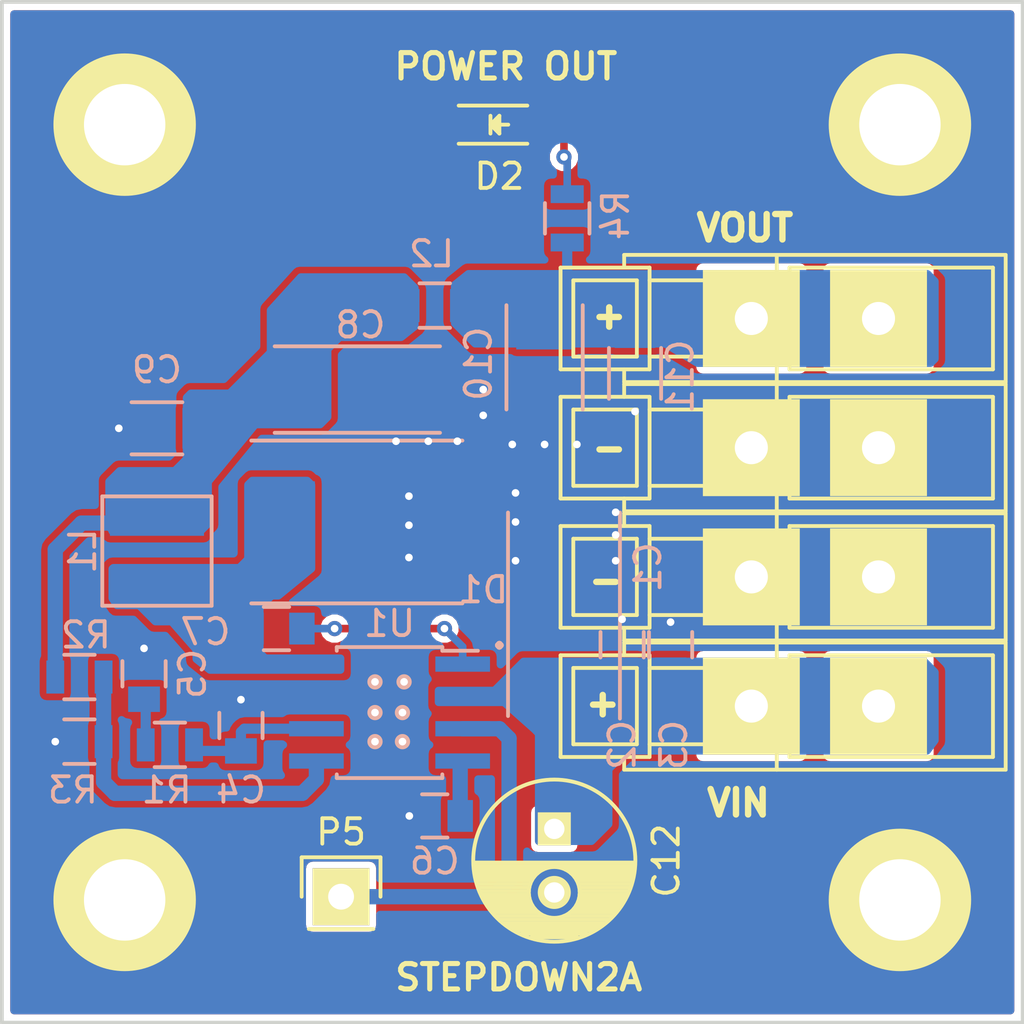
<source format=kicad_pcb>
(kicad_pcb (version 4) (host pcbnew 4.0.2-stable)

  (general
    (links 61)
    (no_connects 0)
    (area 117.018999 66.218999 157.301001 106.501001)
    (thickness 1.6)
    (drawings 13)
    (tracks 131)
    (zones 0)
    (modules 30)
    (nets 13)
  )

  (page A4)
  (layers
    (0 F.Cu mixed)
    (31 B.Cu mixed)
    (34 B.Paste user)
    (35 F.Paste user)
    (36 B.SilkS user)
    (37 F.SilkS user)
    (38 B.Mask user)
    (39 F.Mask user)
    (40 Dwgs.User user)
    (44 Edge.Cuts user)
  )

  (setup
    (last_trace_width 0.3)
    (user_trace_width 0.4)
    (user_trace_width 0.5)
    (user_trace_width 0.6)
    (user_trace_width 0.8)
    (user_trace_width 1)
    (user_trace_width 1.5)
    (user_trace_width 2)
    (user_trace_width 2.5)
    (trace_clearance 0.15)
    (zone_clearance 0.254)
    (zone_45_only no)
    (trace_min 0.2)
    (segment_width 0.2)
    (edge_width 0.15)
    (via_size 0.6)
    (via_drill 0.3)
    (via_min_size 0.4)
    (via_min_drill 0.3)
    (uvia_size 0.3)
    (uvia_drill 0.1)
    (uvias_allowed no)
    (uvia_min_size 0.2)
    (uvia_min_drill 0.1)
    (pcb_text_width 0.3)
    (pcb_text_size 1 1)
    (mod_edge_width 0.15)
    (mod_text_size 0.8 0.8)
    (mod_text_width 0.2)
    (pad_size 1.524 1.524)
    (pad_drill 0.762)
    (pad_to_mask_clearance 0.2)
    (aux_axis_origin 0 0)
    (visible_elements 7FFEFFFF)
    (pcbplotparams
      (layerselection 0x010f0_80000001)
      (usegerberextensions false)
      (excludeedgelayer true)
      (linewidth 0.150000)
      (plotframeref false)
      (viasonmask false)
      (mode 1)
      (useauxorigin false)
      (hpglpennumber 1)
      (hpglpenspeed 20)
      (hpglpendiameter 15)
      (hpglpenoverlay 2)
      (psnegative false)
      (psa4output false)
      (plotreference true)
      (plotvalue true)
      (plotinvisibletext false)
      (padsonsilk false)
      (subtractmaskfromsilk false)
      (outputformat 1)
      (mirror false)
      (drillshape 0)
      (scaleselection 1)
      (outputdirectory gerber/))
  )

  (net 0 "")
  (net 1 GND)
  (net 2 +12V)
  (net 3 "Net-(C4-Pad1)")
  (net 4 "Net-(C5-Pad1)")
  (net 5 "Net-(C6-Pad1)")
  (net 6 "Net-(C7-Pad1)")
  (net 7 "Net-(C7-Pad2)")
  (net 8 "Net-(C8-Pad1)")
  (net 9 +5V)
  (net 10 "Net-(D2-Pad2)")
  (net 11 /ENABLE)
  (net 12 "Net-(R2-Pad2)")

  (net_class Default "This is the default net class."
    (clearance 0.15)
    (trace_width 0.3)
    (via_dia 0.6)
    (via_drill 0.3)
    (uvia_dia 0.3)
    (uvia_drill 0.1)
    (add_net +12V)
    (add_net +5V)
    (add_net /ENABLE)
    (add_net GND)
    (add_net "Net-(C4-Pad1)")
    (add_net "Net-(C5-Pad1)")
    (add_net "Net-(C6-Pad1)")
    (add_net "Net-(C7-Pad1)")
    (add_net "Net-(C7-Pad2)")
    (add_net "Net-(C8-Pad1)")
    (add_net "Net-(D2-Pad2)")
    (add_net "Net-(R2-Pad2)")
  )

  (module Resistors_SMD:R_0805 (layer B.Cu) (tedit 57EA64A2) (tstamp 57E9332B)
    (at 123.698 95.504 180)
    (descr "Resistor SMD 0805, reflow soldering, Vishay (see dcrcw.pdf)")
    (tags "resistor 0805")
    (path /57E4061C)
    (attr smd)
    (fp_text reference R1 (at 0.127 -1.778 180) (layer B.SilkS)
      (effects (font (size 1 1) (thickness 0.15)) (justify mirror))
    )
    (fp_text value 35k7 (at 0 -2.1 180) (layer B.Fab)
      (effects (font (size 1 1) (thickness 0.15)) (justify mirror))
    )
    (fp_line (start -1.6 1) (end 1.6 1) (layer B.CrtYd) (width 0.05))
    (fp_line (start -1.6 -1) (end 1.6 -1) (layer B.CrtYd) (width 0.05))
    (fp_line (start -1.6 1) (end -1.6 -1) (layer B.CrtYd) (width 0.05))
    (fp_line (start 1.6 1) (end 1.6 -1) (layer B.CrtYd) (width 0.05))
    (fp_line (start 0.6 -0.875) (end -0.6 -0.875) (layer B.SilkS) (width 0.15))
    (fp_line (start -0.6 0.875) (end 0.6 0.875) (layer B.SilkS) (width 0.15))
    (pad 1 smd rect (at -0.95 0 180) (size 0.7 1.3) (layers B.Cu B.Paste B.Mask)
      (net 3 "Net-(C4-Pad1)"))
    (pad 2 smd rect (at 0.95 0 180) (size 0.7 1.3) (layers B.Cu B.Paste B.Mask)
      (net 4 "Net-(C5-Pad1)"))
    (model Resistors_SMD.3dshapes/R_0805.wrl
      (at (xyz 0 0 0))
      (scale (xyz 1 1 1))
      (rotate (xyz 0 0 0))
    )
  )

  (module Mounting_Holes:MountingHole_3.2mm_M3_DIN965_Pad (layer F.Cu) (tedit 5818623B) (tstamp 572B5280)
    (at 121.92 71.12)
    (descr "Mounting Hole 3.2mm, M3, DIN965")
    (tags "mounting hole 3.2mm m3 din965")
    (path /572B51FA)
    (fp_text reference P1 (at 0 -3.8) (layer F.SilkS) hide
      (effects (font (size 0.8 0.8) (thickness 0.2)))
    )
    (fp_text value _NC (at 0 3.8) (layer F.Fab) hide
      (effects (font (size 1 1) (thickness 0.15)))
    )
    (fp_circle (center 0 0) (end 2.8 0) (layer Cmts.User) (width 0.15))
    (fp_circle (center 0 0) (end 3.05 0) (layer F.CrtYd) (width 0.05))
    (pad 1 thru_hole circle (at 0 0) (size 5.6 5.6) (drill 3.2) (layers *.Cu *.Mask F.SilkS)
      (net 1 GND))
  )

  (module Mounting_Holes:MountingHole_3.2mm_M3_DIN965_Pad (layer F.Cu) (tedit 58186237) (tstamp 572B5285)
    (at 152.4 71.12)
    (descr "Mounting Hole 3.2mm, M3, DIN965")
    (tags "mounting hole 3.2mm m3 din965")
    (path /572B525F)
    (fp_text reference P2 (at 0 -3.8) (layer F.SilkS) hide
      (effects (font (size 0.8 0.8) (thickness 0.2)))
    )
    (fp_text value _NC (at 0 3.8) (layer F.Fab) hide
      (effects (font (size 1 1) (thickness 0.15)))
    )
    (fp_circle (center 0 0) (end 2.8 0) (layer Cmts.User) (width 0.15))
    (fp_circle (center 0 0) (end 3.05 0) (layer F.CrtYd) (width 0.05))
    (pad 1 thru_hole circle (at 0 0) (size 5.6 5.6) (drill 3.2) (layers *.Cu *.Mask F.SilkS)
      (net 1 GND))
  )

  (module Mounting_Holes:MountingHole_3.2mm_M3_DIN965_Pad (layer F.Cu) (tedit 58186234) (tstamp 572B528A)
    (at 121.92 101.6)
    (descr "Mounting Hole 3.2mm, M3, DIN965")
    (tags "mounting hole 3.2mm m3 din965")
    (path /572B52A1)
    (fp_text reference P3 (at 4.572 0.127) (layer F.SilkS) hide
      (effects (font (size 0.8 0.8) (thickness 0.2)))
    )
    (fp_text value _NC (at 0 3.8) (layer F.Fab) hide
      (effects (font (size 1 1) (thickness 0.15)))
    )
    (fp_circle (center 0 0) (end 2.8 0) (layer Cmts.User) (width 0.15))
    (fp_circle (center 0 0) (end 3.05 0) (layer F.CrtYd) (width 0.05))
    (pad 1 thru_hole circle (at 0 0) (size 5.6 5.6) (drill 3.2) (layers *.Cu *.Mask F.SilkS)
      (net 1 GND))
  )

  (module Mounting_Holes:MountingHole_3.2mm_M3_DIN965_Pad (layer F.Cu) (tedit 58186231) (tstamp 572B528F)
    (at 152.4 101.6)
    (descr "Mounting Hole 3.2mm, M3, DIN965")
    (tags "mounting hole 3.2mm m3 din965")
    (path /572B52AD)
    (fp_text reference P4 (at 0 -3.8) (layer F.SilkS) hide
      (effects (font (size 0.8 0.8) (thickness 0.2)))
    )
    (fp_text value _NC (at 0 3.8) (layer F.Fab) hide
      (effects (font (size 1 1) (thickness 0.15)))
    )
    (fp_circle (center 0 0) (end 2.8 0) (layer Cmts.User) (width 0.15))
    (fp_circle (center 0 0) (end 3.05 0) (layer F.CrtYd) (width 0.05))
    (pad 1 thru_hole circle (at 0 0) (size 5.6 5.6) (drill 3.2) (layers *.Cu *.Mask F.SilkS)
      (net 1 GND))
  )

  (module Capacitors_Tantalum_SMD:TantalC_SizeD_EIA-7343_Reflow (layer B.Cu) (tedit 57ECC3E3) (tstamp 57E932B4)
    (at 139.192 90.17 90)
    (descr "Tantal Cap. , Size D, EIA-7343, Reflow")
    (tags "Tantal Capacitor Size-D EIA-7343 Reflow")
    (path /57E402C6)
    (attr smd)
    (fp_text reference C1 (at 1.651 3.302 90) (layer B.SilkS)
      (effects (font (size 1 1) (thickness 0.15)) (justify mirror))
    )
    (fp_text value 22u (at -0.09906 -3.59918 90) (layer B.Fab)
      (effects (font (size 1 1) (thickness 0.15)) (justify mirror))
    )
    (fp_line (start 4.6 2.6) (end -4.6 2.6) (layer B.CrtYd) (width 0.05))
    (fp_line (start -4.6 2.6) (end -4.6 -2.6) (layer B.CrtYd) (width 0.05))
    (fp_line (start -4.6 -2.6) (end 4.6 -2.6) (layer B.CrtYd) (width 0.05))
    (fp_line (start 4.6 -2.6) (end 4.6 2.6) (layer B.CrtYd) (width 0.05))
    (fp_line (start -4.2 -2.2) (end 3.8 -2.2) (layer B.SilkS) (width 0.15))
    (fp_line (start 3.8 2.2) (end -4.3 2.2) (layer B.SilkS) (width 0.15))
    (pad 2 smd rect (at 3.12 0 90) (size 2.37 2.43) (layers B.Cu B.Paste B.Mask)
      (net 1 GND))
    (pad 1 smd rect (at -3.12 0 90) (size 2.37 2.43) (layers B.Cu B.Paste B.Mask)
      (net 2 +12V))
    (model Capacitors_Tantalum_SMD.3dshapes/TantalC_SizeD_EIA-7343_Reflow.wrl
      (at (xyz 0 0 0))
      (scale (xyz 1 1 1))
      (rotate (xyz 0 0 180))
    )
  )

  (module Capacitors_SMD:C_0805 (layer B.Cu) (tedit 57ECC3F8) (tstamp 57E932BA)
    (at 141.478 91.567 90)
    (descr "Capacitor SMD 0805, reflow soldering, AVX (see smccp.pdf)")
    (tags "capacitor 0805")
    (path /57E3FB88)
    (attr smd)
    (fp_text reference C2 (at -3.937 0 90) (layer B.SilkS)
      (effects (font (size 1 1) (thickness 0.15)) (justify mirror))
    )
    (fp_text value 3u3 (at 0 -2.1 90) (layer B.Fab)
      (effects (font (size 1 1) (thickness 0.15)) (justify mirror))
    )
    (fp_line (start -1.8 1) (end 1.8 1) (layer B.CrtYd) (width 0.05))
    (fp_line (start -1.8 -1) (end 1.8 -1) (layer B.CrtYd) (width 0.05))
    (fp_line (start -1.8 1) (end -1.8 -1) (layer B.CrtYd) (width 0.05))
    (fp_line (start 1.8 1) (end 1.8 -1) (layer B.CrtYd) (width 0.05))
    (fp_line (start 0.5 0.85) (end -0.5 0.85) (layer B.SilkS) (width 0.15))
    (fp_line (start -0.5 -0.85) (end 0.5 -0.85) (layer B.SilkS) (width 0.15))
    (pad 1 smd rect (at -1 0 90) (size 1 1.25) (layers B.Cu B.Paste B.Mask)
      (net 2 +12V))
    (pad 2 smd rect (at 1 0 90) (size 1 1.25) (layers B.Cu B.Paste B.Mask)
      (net 1 GND))
    (model Capacitors_SMD.3dshapes/C_0805.wrl
      (at (xyz 0 0 0))
      (scale (xyz 1 1 1))
      (rotate (xyz 0 0 0))
    )
  )

  (module Capacitors_SMD:C_0805 (layer B.Cu) (tedit 57ECC3F4) (tstamp 57E932C0)
    (at 143.383 91.567 90)
    (descr "Capacitor SMD 0805, reflow soldering, AVX (see smccp.pdf)")
    (tags "capacitor 0805")
    (path /57E51976)
    (attr smd)
    (fp_text reference C3 (at -3.937 0.127 90) (layer B.SilkS)
      (effects (font (size 1 1) (thickness 0.15)) (justify mirror))
    )
    (fp_text value 1u (at 0 -2.1 90) (layer B.Fab)
      (effects (font (size 1 1) (thickness 0.15)) (justify mirror))
    )
    (fp_line (start -1.8 1) (end 1.8 1) (layer B.CrtYd) (width 0.05))
    (fp_line (start -1.8 -1) (end 1.8 -1) (layer B.CrtYd) (width 0.05))
    (fp_line (start -1.8 1) (end -1.8 -1) (layer B.CrtYd) (width 0.05))
    (fp_line (start 1.8 1) (end 1.8 -1) (layer B.CrtYd) (width 0.05))
    (fp_line (start 0.5 0.85) (end -0.5 0.85) (layer B.SilkS) (width 0.15))
    (fp_line (start -0.5 -0.85) (end 0.5 -0.85) (layer B.SilkS) (width 0.15))
    (pad 1 smd rect (at -1 0 90) (size 1 1.25) (layers B.Cu B.Paste B.Mask)
      (net 2 +12V))
    (pad 2 smd rect (at 1 0 90) (size 1 1.25) (layers B.Cu B.Paste B.Mask)
      (net 1 GND))
    (model Capacitors_SMD.3dshapes/C_0805.wrl
      (at (xyz 0 0 0))
      (scale (xyz 1 1 1))
      (rotate (xyz 0 0 0))
    )
  )

  (module Capacitors_SMD:C_0805 (layer B.Cu) (tedit 57EA64B5) (tstamp 57E932C6)
    (at 126.492 94.742 90)
    (descr "Capacitor SMD 0805, reflow soldering, AVX (see smccp.pdf)")
    (tags "capacitor 0805")
    (path /57E3FD1B)
    (attr smd)
    (fp_text reference C4 (at -2.54 0 180) (layer B.SilkS)
      (effects (font (size 1 1) (thickness 0.15)) (justify mirror))
    )
    (fp_text value 18pF (at 0 -2.1 90) (layer B.Fab)
      (effects (font (size 1 1) (thickness 0.15)) (justify mirror))
    )
    (fp_line (start -1.8 1) (end 1.8 1) (layer B.CrtYd) (width 0.05))
    (fp_line (start -1.8 -1) (end 1.8 -1) (layer B.CrtYd) (width 0.05))
    (fp_line (start -1.8 1) (end -1.8 -1) (layer B.CrtYd) (width 0.05))
    (fp_line (start 1.8 1) (end 1.8 -1) (layer B.CrtYd) (width 0.05))
    (fp_line (start 0.5 0.85) (end -0.5 0.85) (layer B.SilkS) (width 0.15))
    (fp_line (start -0.5 -0.85) (end 0.5 -0.85) (layer B.SilkS) (width 0.15))
    (pad 1 smd rect (at -1 0 90) (size 1 1.25) (layers B.Cu B.Paste B.Mask)
      (net 3 "Net-(C4-Pad1)"))
    (pad 2 smd rect (at 1 0 90) (size 1 1.25) (layers B.Cu B.Paste B.Mask)
      (net 1 GND))
    (model Capacitors_SMD.3dshapes/C_0805.wrl
      (at (xyz 0 0 0))
      (scale (xyz 1 1 1))
      (rotate (xyz 0 0 0))
    )
  )

  (module Capacitors_SMD:C_0805 (layer B.Cu) (tedit 57EA64AD) (tstamp 57E932CC)
    (at 122.682 92.71 90)
    (descr "Capacitor SMD 0805, reflow soldering, AVX (see smccp.pdf)")
    (tags "capacitor 0805")
    (path /57E3FD8E)
    (attr smd)
    (fp_text reference C5 (at 0 1.905 90) (layer B.SilkS)
      (effects (font (size 1 1) (thickness 0.15)) (justify mirror))
    )
    (fp_text value 680pF (at 0 -2.1 90) (layer B.Fab)
      (effects (font (size 1 1) (thickness 0.15)) (justify mirror))
    )
    (fp_line (start -1.8 1) (end 1.8 1) (layer B.CrtYd) (width 0.05))
    (fp_line (start -1.8 -1) (end 1.8 -1) (layer B.CrtYd) (width 0.05))
    (fp_line (start -1.8 1) (end -1.8 -1) (layer B.CrtYd) (width 0.05))
    (fp_line (start 1.8 1) (end 1.8 -1) (layer B.CrtYd) (width 0.05))
    (fp_line (start 0.5 0.85) (end -0.5 0.85) (layer B.SilkS) (width 0.15))
    (fp_line (start -0.5 -0.85) (end 0.5 -0.85) (layer B.SilkS) (width 0.15))
    (pad 1 smd rect (at -1 0 90) (size 1 1.25) (layers B.Cu B.Paste B.Mask)
      (net 4 "Net-(C5-Pad1)"))
    (pad 2 smd rect (at 1 0 90) (size 1 1.25) (layers B.Cu B.Paste B.Mask)
      (net 1 GND))
    (model Capacitors_SMD.3dshapes/C_0805.wrl
      (at (xyz 0 0 0))
      (scale (xyz 1 1 1))
      (rotate (xyz 0 0 0))
    )
  )

  (module Capacitors_SMD:C_0805 (layer B.Cu) (tedit 57EA64D6) (tstamp 57E932D2)
    (at 134.112 98.298 180)
    (descr "Capacitor SMD 0805, reflow soldering, AVX (see smccp.pdf)")
    (tags "capacitor 0805")
    (path /57E3FDF3)
    (attr smd)
    (fp_text reference C6 (at 0 -1.778 180) (layer B.SilkS)
      (effects (font (size 1 1) (thickness 0.15)) (justify mirror))
    )
    (fp_text value 8n2 (at 0 -2.1 180) (layer B.Fab)
      (effects (font (size 1 1) (thickness 0.15)) (justify mirror))
    )
    (fp_line (start -1.8 1) (end 1.8 1) (layer B.CrtYd) (width 0.05))
    (fp_line (start -1.8 -1) (end 1.8 -1) (layer B.CrtYd) (width 0.05))
    (fp_line (start -1.8 1) (end -1.8 -1) (layer B.CrtYd) (width 0.05))
    (fp_line (start 1.8 1) (end 1.8 -1) (layer B.CrtYd) (width 0.05))
    (fp_line (start 0.5 0.85) (end -0.5 0.85) (layer B.SilkS) (width 0.15))
    (fp_line (start -0.5 -0.85) (end 0.5 -0.85) (layer B.SilkS) (width 0.15))
    (pad 1 smd rect (at -1 0 180) (size 1 1.25) (layers B.Cu B.Paste B.Mask)
      (net 5 "Net-(C6-Pad1)"))
    (pad 2 smd rect (at 1 0 180) (size 1 1.25) (layers B.Cu B.Paste B.Mask)
      (net 1 GND))
    (model Capacitors_SMD.3dshapes/C_0805.wrl
      (at (xyz 0 0 0))
      (scale (xyz 1 1 1))
      (rotate (xyz 0 0 0))
    )
  )

  (module Capacitors_SMD:C_0805 (layer B.Cu) (tedit 57EA64C7) (tstamp 57E932D8)
    (at 127.889 90.932)
    (descr "Capacitor SMD 0805, reflow soldering, AVX (see smccp.pdf)")
    (tags "capacitor 0805")
    (path /57E3FE32)
    (attr smd)
    (fp_text reference C7 (at -2.794 0.127 180) (layer B.SilkS)
      (effects (font (size 1 1) (thickness 0.15)) (justify mirror))
    )
    (fp_text value 100n (at 0 -2.1) (layer B.Fab)
      (effects (font (size 1 1) (thickness 0.15)) (justify mirror))
    )
    (fp_line (start -1.8 1) (end 1.8 1) (layer B.CrtYd) (width 0.05))
    (fp_line (start -1.8 -1) (end 1.8 -1) (layer B.CrtYd) (width 0.05))
    (fp_line (start -1.8 1) (end -1.8 -1) (layer B.CrtYd) (width 0.05))
    (fp_line (start 1.8 1) (end 1.8 -1) (layer B.CrtYd) (width 0.05))
    (fp_line (start 0.5 0.85) (end -0.5 0.85) (layer B.SilkS) (width 0.15))
    (fp_line (start -0.5 -0.85) (end 0.5 -0.85) (layer B.SilkS) (width 0.15))
    (pad 1 smd rect (at -1 0) (size 1 1.25) (layers B.Cu B.Paste B.Mask)
      (net 6 "Net-(C7-Pad1)"))
    (pad 2 smd rect (at 1 0) (size 1 1.25) (layers B.Cu B.Paste B.Mask)
      (net 7 "Net-(C7-Pad2)"))
    (model Capacitors_SMD.3dshapes/C_0805.wrl
      (at (xyz 0 0 0))
      (scale (xyz 1 1 1))
      (rotate (xyz 0 0 0))
    )
  )

  (module Capacitors_Tantalum_SMD:TantalC_SizeC_EIA-6032_Reflow (layer B.Cu) (tedit 57EA6502) (tstamp 57E932DE)
    (at 131.318 81.534)
    (descr "Tantal Cap. , Size C, EIA-6032, Reflow")
    (tags "Tantal Capacitor Size-C EIA-6032 Reflow")
    (path /57E4038A)
    (attr smd)
    (fp_text reference C8 (at -0.127 -2.54) (layer B.SilkS)
      (effects (font (size 1 1) (thickness 0.15)) (justify mirror))
    )
    (fp_text value 22u (at 0 -2.9) (layer B.Fab)
      (effects (font (size 1 1) (thickness 0.15)) (justify mirror))
    )
    (fp_line (start 4 2) (end -4 2) (layer B.CrtYd) (width 0.05))
    (fp_line (start -4 2) (end -4 -2) (layer B.CrtYd) (width 0.05))
    (fp_line (start -4 -2) (end 4 -2) (layer B.CrtYd) (width 0.05))
    (fp_line (start 4 -2) (end 4 2) (layer B.CrtYd) (width 0.05))
    (fp_line (start 3 -1.7) (end -3.5 -1.7) (layer B.SilkS) (width 0.15))
    (fp_line (start 3 1.7) (end -3.5 1.7) (layer B.SilkS) (width 0.15))
    (pad 2 smd rect (at 2.47 0) (size 2.37 2.23) (layers B.Cu B.Paste B.Mask)
      (net 1 GND))
    (pad 1 smd rect (at -2.47 0) (size 2.37 2.23) (layers B.Cu B.Paste B.Mask)
      (net 8 "Net-(C8-Pad1)"))
    (model Capacitors_Tantalum_SMD.3dshapes/TantalC_SizeC_EIA-6032_Reflow.wrl
      (at (xyz 0 0 0))
      (scale (xyz 1 1 1))
      (rotate (xyz 0 0 180))
    )
  )

  (module Capacitors_SMD:C_1206 (layer B.Cu) (tedit 5415D7BD) (tstamp 57E932E4)
    (at 123.19 83.058 180)
    (descr "Capacitor SMD 1206, reflow soldering, AVX (see smccp.pdf)")
    (tags "capacitor 1206")
    (path /57E50C53)
    (attr smd)
    (fp_text reference C9 (at 0 2.3 180) (layer B.SilkS)
      (effects (font (size 1 1) (thickness 0.15)) (justify mirror))
    )
    (fp_text value 1u5 (at 0 -2.3 180) (layer B.Fab)
      (effects (font (size 1 1) (thickness 0.15)) (justify mirror))
    )
    (fp_line (start -2.3 1.15) (end 2.3 1.15) (layer B.CrtYd) (width 0.05))
    (fp_line (start -2.3 -1.15) (end 2.3 -1.15) (layer B.CrtYd) (width 0.05))
    (fp_line (start -2.3 1.15) (end -2.3 -1.15) (layer B.CrtYd) (width 0.05))
    (fp_line (start 2.3 1.15) (end 2.3 -1.15) (layer B.CrtYd) (width 0.05))
    (fp_line (start 1 1.025) (end -1 1.025) (layer B.SilkS) (width 0.15))
    (fp_line (start -1 -1.025) (end 1 -1.025) (layer B.SilkS) (width 0.15))
    (pad 1 smd rect (at -1.5 0 180) (size 1 1.6) (layers B.Cu B.Paste B.Mask)
      (net 8 "Net-(C8-Pad1)"))
    (pad 2 smd rect (at 1.5 0 180) (size 1 1.6) (layers B.Cu B.Paste B.Mask)
      (net 1 GND))
    (model Capacitors_SMD.3dshapes/C_1206.wrl
      (at (xyz 0 0 0))
      (scale (xyz 1 1 1))
      (rotate (xyz 0 0 0))
    )
  )

  (module Capacitors_Tantalum_SMD:TantalC_SizeB_EIA-3528_Reflow (layer B.Cu) (tedit 555EF748) (tstamp 57E932EA)
    (at 138.43 80.518 270)
    (descr "Tantal Cap. , Size B, EIA-3528, Reflow")
    (tags "Tantal Capacitor Size-B EIA-3528 Reflow")
    (path /57E50E46)
    (attr smd)
    (fp_text reference C10 (at 0 2.6 270) (layer B.SilkS)
      (effects (font (size 1 1) (thickness 0.15)) (justify mirror))
    )
    (fp_text value 22u (at 0 -2.7 270) (layer B.Fab)
      (effects (font (size 1 1) (thickness 0.15)) (justify mirror))
    )
    (fp_line (start 2.7 1.8) (end -2.7 1.8) (layer B.CrtYd) (width 0.05))
    (fp_line (start -2.7 1.8) (end -2.7 -1.8) (layer B.CrtYd) (width 0.05))
    (fp_line (start -2.7 -1.8) (end 2.7 -1.8) (layer B.CrtYd) (width 0.05))
    (fp_line (start 2.7 -1.8) (end 2.7 1.8) (layer B.CrtYd) (width 0.05))
    (fp_line (start 1.8 -1.5) (end -2.3 -1.5) (layer B.SilkS) (width 0.15))
    (fp_line (start 1.8 1.5) (end -2.3 1.5) (layer B.SilkS) (width 0.15))
    (pad 2 smd rect (at 1.46 0 270) (size 1.8 2.23) (layers B.Cu B.Paste B.Mask)
      (net 1 GND))
    (pad 1 smd rect (at -1.46 0 270) (size 1.8 2.23) (layers B.Cu B.Paste B.Mask)
      (net 9 +5V))
    (model Capacitors_Tantalum_SMD.3dshapes/TantalC_SizeB_EIA-3528_Reflow.wrl
      (at (xyz 0 0 0))
      (scale (xyz 1 1 1))
      (rotate (xyz 0 0 180))
    )
  )

  (module Capacitors_SMD:C_1206 (layer B.Cu) (tedit 58186294) (tstamp 57E932F0)
    (at 141.986 80.899 270)
    (descr "Capacitor SMD 1206, reflow soldering, AVX (see smccp.pdf)")
    (tags "capacitor 1206")
    (path /57E3FED1)
    (attr smd)
    (fp_text reference C11 (at 0.127 -1.778 270) (layer B.SilkS)
      (effects (font (size 1 1) (thickness 0.15)) (justify mirror))
    )
    (fp_text value 1u5 (at 0 -2.3 270) (layer B.Fab)
      (effects (font (size 1 1) (thickness 0.15)) (justify mirror))
    )
    (fp_line (start -2.3 1.15) (end 2.3 1.15) (layer B.CrtYd) (width 0.05))
    (fp_line (start -2.3 -1.15) (end 2.3 -1.15) (layer B.CrtYd) (width 0.05))
    (fp_line (start -2.3 1.15) (end -2.3 -1.15) (layer B.CrtYd) (width 0.05))
    (fp_line (start 2.3 1.15) (end 2.3 -1.15) (layer B.CrtYd) (width 0.05))
    (fp_line (start 1 1.025) (end -1 1.025) (layer B.SilkS) (width 0.15))
    (fp_line (start -1 -1.025) (end 1 -1.025) (layer B.SilkS) (width 0.15))
    (pad 1 smd rect (at -1.5 0 270) (size 1 1.6) (layers B.Cu B.Paste B.Mask)
      (net 9 +5V))
    (pad 2 smd rect (at 1.5 0 270) (size 1 1.6) (layers B.Cu B.Paste B.Mask)
      (net 1 GND))
    (model Capacitors_SMD.3dshapes/C_1206.wrl
      (at (xyz 0 0 0))
      (scale (xyz 1 1 1))
      (rotate (xyz 0 0 0))
    )
  )

  (module Diodes_SMD:DO-214AB (layer B.Cu) (tedit 57ECC9EB) (tstamp 57E932F6)
    (at 131.699 86.741)
    (descr "Jedec DO-214AB diode package. Designed according to Fairchild SS32 datasheet.")
    (tags "DO-214AB diode")
    (path /57E61447)
    (attr smd)
    (fp_text reference D1 (at 4.318 2.667) (layer B.SilkS)
      (effects (font (size 1 1) (thickness 0.15)) (justify mirror))
    )
    (fp_text value D_Schottky (at 0 -4.6) (layer B.Fab)
      (effects (font (size 1 1) (thickness 0.15)) (justify mirror))
    )
    (fp_line (start -5.15 3.45) (end 5.15 3.45) (layer B.CrtYd) (width 0.05))
    (fp_line (start 5.15 3.45) (end 5.15 -3.45) (layer B.CrtYd) (width 0.05))
    (fp_line (start 5.15 -3.45) (end -5.15 -3.45) (layer B.CrtYd) (width 0.05))
    (fp_line (start -5.15 -3.45) (end -5.15 3.45) (layer B.CrtYd) (width 0.05))
    (fp_line (start 3.5 -3.2) (end -4.8 -3.2) (layer B.SilkS) (width 0.15))
    (fp_line (start -4.8 3.2) (end 3.5 3.2) (layer B.SilkS) (width 0.15))
    (pad 2 smd rect (at 3.6 0) (size 2.6 3.2) (layers B.Cu B.Paste B.Mask)
      (net 1 GND))
    (pad 1 smd rect (at -3.6 0) (size 2.6 3.2) (layers B.Cu B.Paste B.Mask)
      (net 6 "Net-(C7-Pad1)"))
    (model Diodes_SMD.3dshapes/DO-214AB.wrl
      (at (xyz 0 0 0))
      (scale (xyz 0.39 0.39 0.39))
      (rotate (xyz 0 0 180))
    )
  )

  (module Connect:WAGO256 (layer F.Cu) (tedit 56E580D1) (tstamp 57E93302)
    (at 149.098 93.98 180)
    (descr "WAGO-Series 236, 2Stift, 1pol, RM 5mm,")
    (tags "WAGO-Series 236, 2Stift, 1pol, RM 5mm, Anreibare Leiterplattenklemme")
    (path /57E52BE0)
    (fp_text reference J1 (at -5.842 0 270) (layer F.SilkS) hide
      (effects (font (thickness 0.3048)))
    )
    (fp_text value CONN1_1 (at 0.254 4.064 180) (layer F.SilkS) hide
      (effects (font (thickness 0.3048)))
    )
    (fp_line (start 7.54 2.5) (end 7.54 2) (layer F.SilkS) (width 0.15))
    (fp_line (start 7.54 -2) (end 7.54 -2.5) (layer F.SilkS) (width 0.15))
    (fp_line (start 1.54 2.5001) (end 1.54 -2.5001) (layer F.SilkS) (width 0.15))
    (fp_line (start -7.46 2.5001) (end -7.46 -2.5001) (layer F.SilkS) (width 0.15))
    (fp_line (start 9.54 1.501) (end 9.54 -1.501) (layer F.SilkS) (width 0.15))
    (fp_line (start 7.0401 1.501) (end 7.0401 -1.501) (layer F.SilkS) (width 0.15))
    (fp_line (start 10.0401 -2) (end 10.0401 2) (layer F.SilkS) (width 0.15))
    (fp_line (start 6.54 -2) (end 6.54 2) (layer F.SilkS) (width 0.15))
    (fp_line (start 3.54 1.5001) (end 3.54 -1.5001) (layer F.SilkS) (width 0.15))
    (fp_line (start 1.0399 -2) (end 1.0399 2) (layer F.SilkS) (width 0.15))
    (fp_line (start -6.9601 2) (end -6.9601 -2) (layer F.SilkS) (width 0.15))
    (fp_line (start 1.0399 1) (end 1.54 1) (layer F.SilkS) (width 0.15))
    (fp_line (start 7.0401 1.5) (end 9.54 1.5) (layer F.SilkS) (width 0.15))
    (fp_line (start 6.54 2) (end 10.0401 2) (layer F.SilkS) (width 0.15))
    (fp_line (start 1.0399 -1) (end 1.54 -1) (layer F.SilkS) (width 0.15))
    (fp_line (start 7.0401 -1.5) (end 9.54 -1.5) (layer F.SilkS) (width 0.15))
    (fp_line (start 6.54 -2) (end 10.041 -2) (layer F.SilkS) (width 0.15))
    (fp_line (start 3.54 1.5) (end 6.54 1.5) (layer F.SilkS) (width 0.15))
    (fp_line (start -6.9601 2) (end 1.0399 2) (layer F.SilkS) (width 0.15))
    (fp_line (start 1.54 2.5) (end 7.54 2.5) (layer F.SilkS) (width 0.15))
    (fp_line (start 3.54 -1.5) (end 6.54 -1.5) (layer F.SilkS) (width 0.15))
    (fp_line (start -6.9601 -2) (end 1.0399 -2) (layer F.SilkS) (width 0.15))
    (fp_line (start 1.54 -2.5) (end 7.54 -2.5) (layer F.SilkS) (width 0.15))
    (fp_line (start 1.54 2.5) (end -7.46 2.5) (layer F.SilkS) (width 0.15))
    (fp_line (start -7.46 -2.5) (end 1.54 -2.5) (layer F.SilkS) (width 0.15))
    (pad 1 thru_hole rect (at -2.46 0 270) (size 3.81 3.81) (drill 1.3) (layers *.Cu *.Mask F.SilkS)
      (net 2 +12V))
    (pad 1 thru_hole rect (at 2.54 0 270) (size 3.81 3.81) (drill 1.3) (layers *.Cu *.Mask F.SilkS)
      (net 2 +12V))
  )

  (module Connect:WAGO256 (layer F.Cu) (tedit 56E580D1) (tstamp 57E93308)
    (at 149.098 88.9 180)
    (descr "WAGO-Series 236, 2Stift, 1pol, RM 5mm,")
    (tags "WAGO-Series 236, 2Stift, 1pol, RM 5mm, Anreibare Leiterplattenklemme")
    (path /57E52C6F)
    (fp_text reference J2 (at -5.842 0 270) (layer F.SilkS) hide
      (effects (font (thickness 0.3048)))
    )
    (fp_text value CONN1_1 (at 0.254 4.064 180) (layer F.SilkS) hide
      (effects (font (thickness 0.3048)))
    )
    (fp_line (start 7.54 2.5) (end 7.54 2) (layer F.SilkS) (width 0.15))
    (fp_line (start 7.54 -2) (end 7.54 -2.5) (layer F.SilkS) (width 0.15))
    (fp_line (start 1.54 2.5001) (end 1.54 -2.5001) (layer F.SilkS) (width 0.15))
    (fp_line (start -7.46 2.5001) (end -7.46 -2.5001) (layer F.SilkS) (width 0.15))
    (fp_line (start 9.54 1.501) (end 9.54 -1.501) (layer F.SilkS) (width 0.15))
    (fp_line (start 7.0401 1.501) (end 7.0401 -1.501) (layer F.SilkS) (width 0.15))
    (fp_line (start 10.0401 -2) (end 10.0401 2) (layer F.SilkS) (width 0.15))
    (fp_line (start 6.54 -2) (end 6.54 2) (layer F.SilkS) (width 0.15))
    (fp_line (start 3.54 1.5001) (end 3.54 -1.5001) (layer F.SilkS) (width 0.15))
    (fp_line (start 1.0399 -2) (end 1.0399 2) (layer F.SilkS) (width 0.15))
    (fp_line (start -6.9601 2) (end -6.9601 -2) (layer F.SilkS) (width 0.15))
    (fp_line (start 1.0399 1) (end 1.54 1) (layer F.SilkS) (width 0.15))
    (fp_line (start 7.0401 1.5) (end 9.54 1.5) (layer F.SilkS) (width 0.15))
    (fp_line (start 6.54 2) (end 10.0401 2) (layer F.SilkS) (width 0.15))
    (fp_line (start 1.0399 -1) (end 1.54 -1) (layer F.SilkS) (width 0.15))
    (fp_line (start 7.0401 -1.5) (end 9.54 -1.5) (layer F.SilkS) (width 0.15))
    (fp_line (start 6.54 -2) (end 10.041 -2) (layer F.SilkS) (width 0.15))
    (fp_line (start 3.54 1.5) (end 6.54 1.5) (layer F.SilkS) (width 0.15))
    (fp_line (start -6.9601 2) (end 1.0399 2) (layer F.SilkS) (width 0.15))
    (fp_line (start 1.54 2.5) (end 7.54 2.5) (layer F.SilkS) (width 0.15))
    (fp_line (start 3.54 -1.5) (end 6.54 -1.5) (layer F.SilkS) (width 0.15))
    (fp_line (start -6.9601 -2) (end 1.0399 -2) (layer F.SilkS) (width 0.15))
    (fp_line (start 1.54 -2.5) (end 7.54 -2.5) (layer F.SilkS) (width 0.15))
    (fp_line (start 1.54 2.5) (end -7.46 2.5) (layer F.SilkS) (width 0.15))
    (fp_line (start -7.46 -2.5) (end 1.54 -2.5) (layer F.SilkS) (width 0.15))
    (pad 1 thru_hole rect (at -2.46 0 270) (size 3.81 3.81) (drill 1.3) (layers *.Cu *.Mask F.SilkS)
      (net 1 GND))
    (pad 1 thru_hole rect (at 2.54 0 270) (size 3.81 3.81) (drill 1.3) (layers *.Cu *.Mask F.SilkS)
      (net 1 GND))
  )

  (module Connect:WAGO256 (layer F.Cu) (tedit 56E580D1) (tstamp 57E9330E)
    (at 149.098 78.74 180)
    (descr "WAGO-Series 236, 2Stift, 1pol, RM 5mm,")
    (tags "WAGO-Series 236, 2Stift, 1pol, RM 5mm, Anreibare Leiterplattenklemme")
    (path /57E52401)
    (fp_text reference J3 (at -5.842 0 270) (layer F.SilkS) hide
      (effects (font (thickness 0.3048)))
    )
    (fp_text value CONN1_1 (at 0.254 4.064 180) (layer F.SilkS) hide
      (effects (font (thickness 0.3048)))
    )
    (fp_line (start 7.54 2.5) (end 7.54 2) (layer F.SilkS) (width 0.15))
    (fp_line (start 7.54 -2) (end 7.54 -2.5) (layer F.SilkS) (width 0.15))
    (fp_line (start 1.54 2.5001) (end 1.54 -2.5001) (layer F.SilkS) (width 0.15))
    (fp_line (start -7.46 2.5001) (end -7.46 -2.5001) (layer F.SilkS) (width 0.15))
    (fp_line (start 9.54 1.501) (end 9.54 -1.501) (layer F.SilkS) (width 0.15))
    (fp_line (start 7.0401 1.501) (end 7.0401 -1.501) (layer F.SilkS) (width 0.15))
    (fp_line (start 10.0401 -2) (end 10.0401 2) (layer F.SilkS) (width 0.15))
    (fp_line (start 6.54 -2) (end 6.54 2) (layer F.SilkS) (width 0.15))
    (fp_line (start 3.54 1.5001) (end 3.54 -1.5001) (layer F.SilkS) (width 0.15))
    (fp_line (start 1.0399 -2) (end 1.0399 2) (layer F.SilkS) (width 0.15))
    (fp_line (start -6.9601 2) (end -6.9601 -2) (layer F.SilkS) (width 0.15))
    (fp_line (start 1.0399 1) (end 1.54 1) (layer F.SilkS) (width 0.15))
    (fp_line (start 7.0401 1.5) (end 9.54 1.5) (layer F.SilkS) (width 0.15))
    (fp_line (start 6.54 2) (end 10.0401 2) (layer F.SilkS) (width 0.15))
    (fp_line (start 1.0399 -1) (end 1.54 -1) (layer F.SilkS) (width 0.15))
    (fp_line (start 7.0401 -1.5) (end 9.54 -1.5) (layer F.SilkS) (width 0.15))
    (fp_line (start 6.54 -2) (end 10.041 -2) (layer F.SilkS) (width 0.15))
    (fp_line (start 3.54 1.5) (end 6.54 1.5) (layer F.SilkS) (width 0.15))
    (fp_line (start -6.9601 2) (end 1.0399 2) (layer F.SilkS) (width 0.15))
    (fp_line (start 1.54 2.5) (end 7.54 2.5) (layer F.SilkS) (width 0.15))
    (fp_line (start 3.54 -1.5) (end 6.54 -1.5) (layer F.SilkS) (width 0.15))
    (fp_line (start -6.9601 -2) (end 1.0399 -2) (layer F.SilkS) (width 0.15))
    (fp_line (start 1.54 -2.5) (end 7.54 -2.5) (layer F.SilkS) (width 0.15))
    (fp_line (start 1.54 2.5) (end -7.46 2.5) (layer F.SilkS) (width 0.15))
    (fp_line (start -7.46 -2.5) (end 1.54 -2.5) (layer F.SilkS) (width 0.15))
    (pad 1 thru_hole rect (at -2.46 0 270) (size 3.81 3.81) (drill 1.3) (layers *.Cu *.Mask F.SilkS)
      (net 9 +5V))
    (pad 1 thru_hole rect (at 2.54 0 270) (size 3.81 3.81) (drill 1.3) (layers *.Cu *.Mask F.SilkS)
      (net 9 +5V))
  )

  (module Connect:WAGO256 (layer F.Cu) (tedit 56E580D1) (tstamp 57E93314)
    (at 149.098 83.82 180)
    (descr "WAGO-Series 236, 2Stift, 1pol, RM 5mm,")
    (tags "WAGO-Series 236, 2Stift, 1pol, RM 5mm, Anreibare Leiterplattenklemme")
    (path /57E5279A)
    (fp_text reference J4 (at -5.842 0 270) (layer F.SilkS) hide
      (effects (font (thickness 0.3048)))
    )
    (fp_text value CONN1_1 (at 0.254 4.064 180) (layer F.SilkS) hide
      (effects (font (thickness 0.3048)))
    )
    (fp_line (start 7.54 2.5) (end 7.54 2) (layer F.SilkS) (width 0.15))
    (fp_line (start 7.54 -2) (end 7.54 -2.5) (layer F.SilkS) (width 0.15))
    (fp_line (start 1.54 2.5001) (end 1.54 -2.5001) (layer F.SilkS) (width 0.15))
    (fp_line (start -7.46 2.5001) (end -7.46 -2.5001) (layer F.SilkS) (width 0.15))
    (fp_line (start 9.54 1.501) (end 9.54 -1.501) (layer F.SilkS) (width 0.15))
    (fp_line (start 7.0401 1.501) (end 7.0401 -1.501) (layer F.SilkS) (width 0.15))
    (fp_line (start 10.0401 -2) (end 10.0401 2) (layer F.SilkS) (width 0.15))
    (fp_line (start 6.54 -2) (end 6.54 2) (layer F.SilkS) (width 0.15))
    (fp_line (start 3.54 1.5001) (end 3.54 -1.5001) (layer F.SilkS) (width 0.15))
    (fp_line (start 1.0399 -2) (end 1.0399 2) (layer F.SilkS) (width 0.15))
    (fp_line (start -6.9601 2) (end -6.9601 -2) (layer F.SilkS) (width 0.15))
    (fp_line (start 1.0399 1) (end 1.54 1) (layer F.SilkS) (width 0.15))
    (fp_line (start 7.0401 1.5) (end 9.54 1.5) (layer F.SilkS) (width 0.15))
    (fp_line (start 6.54 2) (end 10.0401 2) (layer F.SilkS) (width 0.15))
    (fp_line (start 1.0399 -1) (end 1.54 -1) (layer F.SilkS) (width 0.15))
    (fp_line (start 7.0401 -1.5) (end 9.54 -1.5) (layer F.SilkS) (width 0.15))
    (fp_line (start 6.54 -2) (end 10.041 -2) (layer F.SilkS) (width 0.15))
    (fp_line (start 3.54 1.5) (end 6.54 1.5) (layer F.SilkS) (width 0.15))
    (fp_line (start -6.9601 2) (end 1.0399 2) (layer F.SilkS) (width 0.15))
    (fp_line (start 1.54 2.5) (end 7.54 2.5) (layer F.SilkS) (width 0.15))
    (fp_line (start 3.54 -1.5) (end 6.54 -1.5) (layer F.SilkS) (width 0.15))
    (fp_line (start -6.9601 -2) (end 1.0399 -2) (layer F.SilkS) (width 0.15))
    (fp_line (start 1.54 -2.5) (end 7.54 -2.5) (layer F.SilkS) (width 0.15))
    (fp_line (start 1.54 2.5) (end -7.46 2.5) (layer F.SilkS) (width 0.15))
    (fp_line (start -7.46 -2.5) (end 1.54 -2.5) (layer F.SilkS) (width 0.15))
    (pad 1 thru_hole rect (at -2.46 0 270) (size 3.81 3.81) (drill 1.3) (layers *.Cu *.Mask F.SilkS)
      (net 1 GND))
    (pad 1 thru_hole rect (at 2.54 0 270) (size 3.81 3.81) (drill 1.3) (layers *.Cu *.Mask F.SilkS)
      (net 1 GND))
  )

  (module Inductors_NEOSID:Inductor_XAL4030-472MEB (layer B.Cu) (tedit 57EA64D0) (tstamp 57E9331A)
    (at 123.19 87.884 90)
    (descr Inductor)
    (tags Inductor)
    (path /57E4DDD5)
    (attr smd)
    (fp_text reference L1 (at 0 -2.921 90) (layer B.SilkS)
      (effects (font (size 1 1) (thickness 0.15)) (justify mirror))
    )
    (fp_text value 4.7uH (at -0.35052 -3.64998 90) (layer B.Fab)
      (effects (font (size 1 1) (thickness 0.15)) (justify mirror))
    )
    (fp_line (start -2.15 2.15) (end -2.15 -2.15) (layer B.SilkS) (width 0.15))
    (fp_line (start 2.15 2.15) (end 2.15 -2.15) (layer B.SilkS) (width 0.15))
    (fp_line (start 2.15 -2.15) (end -2.15 -2.15) (layer B.SilkS) (width 0.15))
    (fp_line (start 2.15 2.15) (end -2.15 2.15) (layer B.SilkS) (width 0.15))
    (pad 1 smd rect (at -1.09982 0 90) (size 1.00076 3.70002) (layers B.Cu B.Paste B.Mask)
      (net 6 "Net-(C7-Pad1)"))
    (pad 2 smd rect (at 1.09982 0 90) (size 1.00076 3.70002) (layers B.Cu B.Paste B.Mask)
      (net 8 "Net-(C8-Pad1)"))
  )

  (module Resistors_SMD:R_0805 (layer B.Cu) (tedit 57EA6508) (tstamp 57E93320)
    (at 134.112 78.232)
    (descr "Resistor SMD 0805, reflow soldering, Vishay (see dcrcw.pdf)")
    (tags "resistor 0805")
    (path /57E50DCF)
    (attr smd)
    (fp_text reference L2 (at -0.127 -2.032) (layer B.SilkS)
      (effects (font (size 1 1) (thickness 0.15)) (justify mirror))
    )
    (fp_text value 240nH (at 0 -2.1) (layer B.Fab)
      (effects (font (size 1 1) (thickness 0.15)) (justify mirror))
    )
    (fp_line (start -1.6 1) (end 1.6 1) (layer B.CrtYd) (width 0.05))
    (fp_line (start -1.6 -1) (end 1.6 -1) (layer B.CrtYd) (width 0.05))
    (fp_line (start -1.6 1) (end -1.6 -1) (layer B.CrtYd) (width 0.05))
    (fp_line (start 1.6 1) (end 1.6 -1) (layer B.CrtYd) (width 0.05))
    (fp_line (start 0.6 -0.875) (end -0.6 -0.875) (layer B.SilkS) (width 0.15))
    (fp_line (start -0.6 0.875) (end 0.6 0.875) (layer B.SilkS) (width 0.15))
    (pad 1 smd rect (at -0.95 0) (size 0.7 1.3) (layers B.Cu B.Paste B.Mask)
      (net 8 "Net-(C8-Pad1)"))
    (pad 2 smd rect (at 0.95 0) (size 0.7 1.3) (layers B.Cu B.Paste B.Mask)
      (net 9 +5V))
    (model Resistors_SMD.3dshapes/R_0805.wrl
      (at (xyz 0 0 0))
      (scale (xyz 1 1 1))
      (rotate (xyz 0 0 0))
    )
  )

  (module Pin_Headers:Pin_Header_Straight_1x01 (layer F.Cu) (tedit 57EA64DC) (tstamp 57E93325)
    (at 130.429 101.473)
    (descr "Through hole pin header")
    (tags "pin header")
    (path /57E6268E)
    (fp_text reference P5 (at 0 -2.54) (layer F.SilkS)
      (effects (font (size 1 1) (thickness 0.15)))
    )
    (fp_text value CONN_01X01 (at 0 -3.1) (layer F.Fab)
      (effects (font (size 1 1) (thickness 0.15)))
    )
    (fp_line (start 1.55 -1.55) (end 1.55 0) (layer F.SilkS) (width 0.15))
    (fp_line (start -1.75 -1.75) (end -1.75 1.75) (layer F.CrtYd) (width 0.05))
    (fp_line (start 1.75 -1.75) (end 1.75 1.75) (layer F.CrtYd) (width 0.05))
    (fp_line (start -1.75 -1.75) (end 1.75 -1.75) (layer F.CrtYd) (width 0.05))
    (fp_line (start -1.75 1.75) (end 1.75 1.75) (layer F.CrtYd) (width 0.05))
    (fp_line (start -1.55 0) (end -1.55 -1.55) (layer F.SilkS) (width 0.15))
    (fp_line (start -1.55 -1.55) (end 1.55 -1.55) (layer F.SilkS) (width 0.15))
    (fp_line (start -1.27 1.27) (end 1.27 1.27) (layer F.SilkS) (width 0.15))
    (pad 1 thru_hole rect (at 0 0) (size 2.2352 2.2352) (drill 1.016) (layers *.Cu *.Mask F.SilkS)
      (net 11 /ENABLE))
    (model Pin_Headers.3dshapes/Pin_Header_Straight_1x01.wrl
      (at (xyz 0 0 0))
      (scale (xyz 1 1 1))
      (rotate (xyz 0 0 90))
    )
  )

  (module Resistors_SMD:R_0805 (layer B.Cu) (tedit 57EA6497) (tstamp 57E93331)
    (at 120.142 92.837)
    (descr "Resistor SMD 0805, reflow soldering, Vishay (see dcrcw.pdf)")
    (tags "resistor 0805")
    (path /57E40717)
    (attr smd)
    (fp_text reference R2 (at 0.254 -1.651) (layer B.SilkS)
      (effects (font (size 1 1) (thickness 0.15)) (justify mirror))
    )
    (fp_text value 10k2 (at 0 -2.1) (layer B.Fab)
      (effects (font (size 1 1) (thickness 0.15)) (justify mirror))
    )
    (fp_line (start -1.6 1) (end 1.6 1) (layer B.CrtYd) (width 0.05))
    (fp_line (start -1.6 -1) (end 1.6 -1) (layer B.CrtYd) (width 0.05))
    (fp_line (start -1.6 1) (end -1.6 -1) (layer B.CrtYd) (width 0.05))
    (fp_line (start 1.6 1) (end 1.6 -1) (layer B.CrtYd) (width 0.05))
    (fp_line (start 0.6 -0.875) (end -0.6 -0.875) (layer B.SilkS) (width 0.15))
    (fp_line (start -0.6 0.875) (end 0.6 0.875) (layer B.SilkS) (width 0.15))
    (pad 1 smd rect (at -0.95 0) (size 0.7 1.3) (layers B.Cu B.Paste B.Mask)
      (net 8 "Net-(C8-Pad1)"))
    (pad 2 smd rect (at 0.95 0) (size 0.7 1.3) (layers B.Cu B.Paste B.Mask)
      (net 12 "Net-(R2-Pad2)"))
    (model Resistors_SMD.3dshapes/R_0805.wrl
      (at (xyz 0 0 0))
      (scale (xyz 1 1 1))
      (rotate (xyz 0 0 0))
    )
  )

  (module Resistors_SMD:R_0805 (layer B.Cu) (tedit 57EA649C) (tstamp 57E93337)
    (at 120.142 95.377 180)
    (descr "Resistor SMD 0805, reflow soldering, Vishay (see dcrcw.pdf)")
    (tags "resistor 0805")
    (path /57E4079E)
    (attr smd)
    (fp_text reference R3 (at 0.254 -1.905 180) (layer B.SilkS)
      (effects (font (size 1 1) (thickness 0.15)) (justify mirror))
    )
    (fp_text value 1k93 (at 0 -2.1 180) (layer B.Fab)
      (effects (font (size 1 1) (thickness 0.15)) (justify mirror))
    )
    (fp_line (start -1.6 1) (end 1.6 1) (layer B.CrtYd) (width 0.05))
    (fp_line (start -1.6 -1) (end 1.6 -1) (layer B.CrtYd) (width 0.05))
    (fp_line (start -1.6 1) (end -1.6 -1) (layer B.CrtYd) (width 0.05))
    (fp_line (start 1.6 1) (end 1.6 -1) (layer B.CrtYd) (width 0.05))
    (fp_line (start 0.6 -0.875) (end -0.6 -0.875) (layer B.SilkS) (width 0.15))
    (fp_line (start -0.6 0.875) (end 0.6 0.875) (layer B.SilkS) (width 0.15))
    (pad 1 smd rect (at -0.95 0 180) (size 0.7 1.3) (layers B.Cu B.Paste B.Mask)
      (net 12 "Net-(R2-Pad2)"))
    (pad 2 smd rect (at 0.95 0 180) (size 0.7 1.3) (layers B.Cu B.Paste B.Mask)
      (net 1 GND))
    (model Resistors_SMD.3dshapes/R_0805.wrl
      (at (xyz 0 0 0))
      (scale (xyz 1 1 1))
      (rotate (xyz 0 0 0))
    )
  )

  (module Resistors_SMD:R_0805 (layer B.Cu) (tedit 581861AA) (tstamp 57E9333D)
    (at 139.319 74.803 90)
    (descr "Resistor SMD 0805, reflow soldering, Vishay (see dcrcw.pdf)")
    (tags "resistor 0805")
    (path /57E5C6DF)
    (attr smd)
    (fp_text reference R4 (at 0.127 1.905 90) (layer B.SilkS)
      (effects (font (size 1 1) (thickness 0.15)) (justify mirror))
    )
    (fp_text value 1k2 (at 0 -2.1 90) (layer B.Fab)
      (effects (font (size 1 1) (thickness 0.15)) (justify mirror))
    )
    (fp_line (start -1.6 1) (end 1.6 1) (layer B.CrtYd) (width 0.05))
    (fp_line (start -1.6 -1) (end 1.6 -1) (layer B.CrtYd) (width 0.05))
    (fp_line (start -1.6 1) (end -1.6 -1) (layer B.CrtYd) (width 0.05))
    (fp_line (start 1.6 1) (end 1.6 -1) (layer B.CrtYd) (width 0.05))
    (fp_line (start 0.6 -0.875) (end -0.6 -0.875) (layer B.SilkS) (width 0.15))
    (fp_line (start -0.6 0.875) (end 0.6 0.875) (layer B.SilkS) (width 0.15))
    (pad 1 smd rect (at -0.95 0 90) (size 0.7 1.3) (layers B.Cu B.Paste B.Mask)
      (net 9 +5V))
    (pad 2 smd rect (at 0.95 0 90) (size 0.7 1.3) (layers B.Cu B.Paste B.Mask)
      (net 10 "Net-(D2-Pad2)"))
    (model Resistors_SMD.3dshapes/R_0805.wrl
      (at (xyz 0 0 0))
      (scale (xyz 1 1 1))
      (rotate (xyz 0 0 0))
    )
  )

  (module Housings_SOIC:8-PowerSOIC_Pitch1.27mm (layer B.Cu) (tedit 57E930E2) (tstamp 57E93355)
    (at 132.334 94.234 180)
    (descr "8-Lead Thermally Enhanced Plastic Small Outline (SE) - Narrow, 3.90 mm Body [SOIC] (see Microchip Packaging Specification 00000049BS.pdf)")
    (tags "SOIC 1.27")
    (path /57E4100E)
    (attr smd)
    (fp_text reference U1 (at 0 3.5 180) (layer B.SilkS)
      (effects (font (size 1 1) (thickness 0.15)) (justify mirror))
    )
    (fp_text value TPS54332 (at 0 -3.5 180) (layer B.Fab)
      (effects (font (size 1 1) (thickness 0.15)) (justify mirror))
    )
    (fp_line (start -2 2.75) (end -2 -2.75) (layer B.CrtYd) (width 0.05))
    (fp_line (start 2 2.75) (end 2 -2.75) (layer B.CrtYd) (width 0.05))
    (fp_line (start -2 2.75) (end 2 2.75) (layer B.CrtYd) (width 0.05))
    (fp_line (start -2 -2.75) (end 2 -2.75) (layer B.CrtYd) (width 0.05))
    (fp_line (start -2.075 2.575) (end -2.075 2.43) (layer B.SilkS) (width 0.15))
    (fp_line (start 2.075 2.575) (end 2.075 2.43) (layer B.SilkS) (width 0.15))
    (fp_line (start 2.075 -2.575) (end 2.075 -2.43) (layer B.SilkS) (width 0.15))
    (fp_line (start -2.075 -2.575) (end -2.075 -2.43) (layer B.SilkS) (width 0.15))
    (fp_line (start -2.075 2.575) (end 2.075 2.575) (layer B.SilkS) (width 0.15))
    (fp_line (start -2.075 -2.575) (end 2.075 -2.575) (layer B.SilkS) (width 0.15))
    (fp_line (start -2.075 2.43) (end -3.475 2.43) (layer B.SilkS) (width 0.15))
    (pad 9 smd rect (at -0.58928 1.17856 180) (size 1.175 1.175) (layers B.Cu B.Paste B.Mask)
      (net 1 GND) (solder_paste_margin_ratio -0.2))
    (pad 9 smd rect (at 0.58674 1.17856 180) (size 1.175 1.175) (layers B.Cu B.Paste B.Mask)
      (net 1 GND) (solder_paste_margin_ratio -0.2))
    (pad 1 smd rect (at -2.875 1.905 180) (size 2.15 0.6) (layers B.Cu B.Paste B.Mask)
      (net 7 "Net-(C7-Pad2)"))
    (pad 2 smd rect (at -2.875 0.635 180) (size 2.15 0.6) (layers B.Cu B.Paste B.Mask)
      (net 2 +12V))
    (pad 3 smd rect (at -2.875 -0.635 180) (size 2.15 0.6) (layers B.Cu B.Paste B.Mask)
      (net 11 /ENABLE))
    (pad 4 smd rect (at -2.875 -1.905 180) (size 2.15 0.6) (layers B.Cu B.Paste B.Mask)
      (net 5 "Net-(C6-Pad1)"))
    (pad 5 smd rect (at 2.875 -1.905 180) (size 2.15 0.6) (layers B.Cu B.Paste B.Mask)
      (net 12 "Net-(R2-Pad2)"))
    (pad 6 smd rect (at 2.875 -0.635 180) (size 2.15 0.6) (layers B.Cu B.Paste B.Mask)
      (net 3 "Net-(C4-Pad1)"))
    (pad 7 smd rect (at 2.875 0.635 180) (size 2.15 0.6) (layers B.Cu B.Paste B.Mask)
      (net 1 GND))
    (pad 8 smd rect (at 2.875 1.905 180) (size 2.15 0.6) (layers B.Cu B.Paste B.Mask)
      (net 6 "Net-(C7-Pad1)"))
    (pad 9 smd rect (at 0.5875 -1.1717 180) (size 1.175 1.175) (layers B.Cu B.Paste B.Mask)
      (net 1 GND) (solder_paste_margin_ratio -0.2))
    (pad 9 smd rect (at 0.5875 0.0033 180) (size 1.175 1.175) (layers B.Cu B.Paste B.Mask)
      (net 1 GND) (solder_paste_margin_ratio -0.2))
    (pad 9 smd rect (at -0.5875 -1.1717 180) (size 1.175 1.175) (layers B.Cu B.Paste B.Mask)
      (net 1 GND) (solder_paste_margin_ratio -0.2))
    (pad 9 smd rect (at -0.5875 0.0033 180) (size 1.175 1.175) (layers B.Cu B.Paste B.Mask)
      (net 1 GND) (solder_paste_margin_ratio -0.2))
    (pad 9 thru_hole circle (at -0.508 0 180) (size 0.6 0.6) (drill 0.3) (layers *.Cu *.Mask B.SilkS)
      (net 1 GND))
    (pad 9 thru_hole circle (at 0.5715 0 180) (size 0.6 0.6) (drill 0.3) (layers *.Cu *.Mask B.SilkS)
      (net 1 GND))
    (pad 9 thru_hole circle (at -0.508 -1.143 180) (size 0.6 0.6) (drill 0.3) (layers *.Cu *.Mask B.SilkS)
      (net 1 GND))
    (pad 9 thru_hole circle (at 0.5715 -1.143 180) (size 0.6 0.6) (drill 0.3) (layers *.Cu *.Mask B.SilkS)
      (net 1 GND))
    (pad 9 thru_hole circle (at -0.5715 1.2065 180) (size 0.6 0.6) (drill 0.3) (layers *.Cu *.Mask B.SilkS)
      (net 1 GND))
    (pad 9 thru_hole circle (at 0.5715 1.2065 180) (size 0.6 0.6) (drill 0.3) (layers *.Cu *.Mask B.SilkS)
      (net 1 GND))
    (model Housings_SOIC.3dshapes/SOIC-8-1EP_3.9x4.9mm_Pitch1.27mm.wrl
      (at (xyz 0 0 0))
      (scale (xyz 1 1 1))
      (rotate (xyz 0 0 0))
    )
  )

  (module Capacitors_ThroughHole:C_Radial_D6.3_L11.2_P2.5 (layer F.Cu) (tedit 0) (tstamp 57EA553B)
    (at 138.811 98.806 270)
    (descr "Radial Electrolytic Capacitor, Diameter 6.3mm x Length 11.2mm, Pitch 2.5mm")
    (tags "Electrolytic Capacitor")
    (path /57EA6210)
    (fp_text reference C12 (at 1.25 -4.4 270) (layer F.SilkS)
      (effects (font (size 1 1) (thickness 0.15)))
    )
    (fp_text value 47u (at 1.25 4.4 270) (layer F.Fab)
      (effects (font (size 1 1) (thickness 0.15)))
    )
    (fp_line (start 1.325 -3.149) (end 1.325 3.149) (layer F.SilkS) (width 0.15))
    (fp_line (start 1.465 -3.143) (end 1.465 3.143) (layer F.SilkS) (width 0.15))
    (fp_line (start 1.605 -3.13) (end 1.605 -0.446) (layer F.SilkS) (width 0.15))
    (fp_line (start 1.605 0.446) (end 1.605 3.13) (layer F.SilkS) (width 0.15))
    (fp_line (start 1.745 -3.111) (end 1.745 -0.656) (layer F.SilkS) (width 0.15))
    (fp_line (start 1.745 0.656) (end 1.745 3.111) (layer F.SilkS) (width 0.15))
    (fp_line (start 1.885 -3.085) (end 1.885 -0.789) (layer F.SilkS) (width 0.15))
    (fp_line (start 1.885 0.789) (end 1.885 3.085) (layer F.SilkS) (width 0.15))
    (fp_line (start 2.025 -3.053) (end 2.025 -0.88) (layer F.SilkS) (width 0.15))
    (fp_line (start 2.025 0.88) (end 2.025 3.053) (layer F.SilkS) (width 0.15))
    (fp_line (start 2.165 -3.014) (end 2.165 -0.942) (layer F.SilkS) (width 0.15))
    (fp_line (start 2.165 0.942) (end 2.165 3.014) (layer F.SilkS) (width 0.15))
    (fp_line (start 2.305 -2.968) (end 2.305 -0.981) (layer F.SilkS) (width 0.15))
    (fp_line (start 2.305 0.981) (end 2.305 2.968) (layer F.SilkS) (width 0.15))
    (fp_line (start 2.445 -2.915) (end 2.445 -0.998) (layer F.SilkS) (width 0.15))
    (fp_line (start 2.445 0.998) (end 2.445 2.915) (layer F.SilkS) (width 0.15))
    (fp_line (start 2.585 -2.853) (end 2.585 -0.996) (layer F.SilkS) (width 0.15))
    (fp_line (start 2.585 0.996) (end 2.585 2.853) (layer F.SilkS) (width 0.15))
    (fp_line (start 2.725 -2.783) (end 2.725 -0.974) (layer F.SilkS) (width 0.15))
    (fp_line (start 2.725 0.974) (end 2.725 2.783) (layer F.SilkS) (width 0.15))
    (fp_line (start 2.865 -2.704) (end 2.865 -0.931) (layer F.SilkS) (width 0.15))
    (fp_line (start 2.865 0.931) (end 2.865 2.704) (layer F.SilkS) (width 0.15))
    (fp_line (start 3.005 -2.616) (end 3.005 -0.863) (layer F.SilkS) (width 0.15))
    (fp_line (start 3.005 0.863) (end 3.005 2.616) (layer F.SilkS) (width 0.15))
    (fp_line (start 3.145 -2.516) (end 3.145 -0.764) (layer F.SilkS) (width 0.15))
    (fp_line (start 3.145 0.764) (end 3.145 2.516) (layer F.SilkS) (width 0.15))
    (fp_line (start 3.285 -2.404) (end 3.285 -0.619) (layer F.SilkS) (width 0.15))
    (fp_line (start 3.285 0.619) (end 3.285 2.404) (layer F.SilkS) (width 0.15))
    (fp_line (start 3.425 -2.279) (end 3.425 -0.38) (layer F.SilkS) (width 0.15))
    (fp_line (start 3.425 0.38) (end 3.425 2.279) (layer F.SilkS) (width 0.15))
    (fp_line (start 3.565 -2.136) (end 3.565 2.136) (layer F.SilkS) (width 0.15))
    (fp_line (start 3.705 -1.974) (end 3.705 1.974) (layer F.SilkS) (width 0.15))
    (fp_line (start 3.845 -1.786) (end 3.845 1.786) (layer F.SilkS) (width 0.15))
    (fp_line (start 3.985 -1.563) (end 3.985 1.563) (layer F.SilkS) (width 0.15))
    (fp_line (start 4.125 -1.287) (end 4.125 1.287) (layer F.SilkS) (width 0.15))
    (fp_line (start 4.265 -0.912) (end 4.265 0.912) (layer F.SilkS) (width 0.15))
    (fp_circle (center 2.5 0) (end 2.5 -1) (layer F.SilkS) (width 0.15))
    (fp_circle (center 1.25 0) (end 1.25 -3.1875) (layer F.SilkS) (width 0.15))
    (fp_circle (center 1.25 0) (end 1.25 -3.4) (layer F.CrtYd) (width 0.05))
    (pad 2 thru_hole circle (at 2.5 0 270) (size 1.3 1.3) (drill 0.8) (layers *.Cu *.Mask F.SilkS)
      (net 1 GND))
    (pad 1 thru_hole rect (at 0 0 270) (size 1.3 1.3) (drill 0.8) (layers *.Cu *.Mask F.SilkS)
      (net 2 +12V))
    (model Capacitors_ThroughHole.3dshapes/C_Radial_D6.3_L11.2_P2.5.wrl
      (at (xyz 0 0 0))
      (scale (xyz 1 1 1))
      (rotate (xyz 0 0 0))
    )
  )

  (module LEDs:LED_0805 (layer F.Cu) (tedit 581861A0) (tstamp 581861C4)
    (at 136.652 71.12)
    (descr "LED 0805 smd package")
    (tags "LED 0805 SMD")
    (path /57E5C761)
    (attr smd)
    (fp_text reference D2 (at 0 2.032) (layer F.SilkS)
      (effects (font (size 1 1) (thickness 0.15)))
    )
    (fp_text value "POWER OUT" (at 0 1.75) (layer F.Fab)
      (effects (font (size 1 1) (thickness 0.15)))
    )
    (fp_line (start -1.6 0.75) (end 1.1 0.75) (layer F.SilkS) (width 0.15))
    (fp_line (start -1.6 -0.75) (end 1.1 -0.75) (layer F.SilkS) (width 0.15))
    (fp_line (start -0.1 0.15) (end -0.1 -0.1) (layer F.SilkS) (width 0.15))
    (fp_line (start -0.1 -0.1) (end -0.25 0.05) (layer F.SilkS) (width 0.15))
    (fp_line (start -0.35 -0.35) (end -0.35 0.35) (layer F.SilkS) (width 0.15))
    (fp_line (start 0 0) (end 0.35 0) (layer F.SilkS) (width 0.15))
    (fp_line (start -0.35 0) (end 0 -0.35) (layer F.SilkS) (width 0.15))
    (fp_line (start 0 -0.35) (end 0 0.35) (layer F.SilkS) (width 0.15))
    (fp_line (start 0 0.35) (end -0.35 0) (layer F.SilkS) (width 0.15))
    (fp_line (start 1.9 -0.95) (end 1.9 0.95) (layer F.CrtYd) (width 0.05))
    (fp_line (start 1.9 0.95) (end -1.9 0.95) (layer F.CrtYd) (width 0.05))
    (fp_line (start -1.9 0.95) (end -1.9 -0.95) (layer F.CrtYd) (width 0.05))
    (fp_line (start -1.9 -0.95) (end 1.9 -0.95) (layer F.CrtYd) (width 0.05))
    (pad 2 smd rect (at 1.04902 0 180) (size 1.19888 1.19888) (layers F.Cu F.Paste F.Mask)
      (net 10 "Net-(D2-Pad2)"))
    (pad 1 smd rect (at -1.04902 0 180) (size 1.19888 1.19888) (layers F.Cu F.Paste F.Mask)
      (net 1 GND))
    (model LEDs.3dshapes/LED_0805.wrl
      (at (xyz 0 0 0))
      (scale (xyz 1 1 1))
      (rotate (xyz 0 0 0))
    )
  )

  (gr_text VOUT (at 146.304 75.184) (layer F.SilkS)
    (effects (font (size 1 1) (thickness 0.25)))
  )
  (gr_text VIN (at 146.05 97.79) (layer F.SilkS)
    (effects (font (size 1 1) (thickness 0.25)))
  )
  (gr_text - (at 140.843 89.027) (layer F.SilkS)
    (effects (font (size 1 1) (thickness 0.25)) (justify mirror))
  )
  (gr_text - (at 140.97 83.82) (layer F.SilkS)
    (effects (font (size 1 1) (thickness 0.25)) (justify mirror))
  )
  (gr_text + (at 140.716 93.853) (layer F.SilkS)
    (effects (font (size 1 1) (thickness 0.25)) (justify mirror))
  )
  (gr_text + (at 140.97 78.613) (layer F.SilkS)
    (effects (font (size 1 1) (thickness 0.25)) (justify mirror))
  )
  (gr_text . (at 136.652 91.186) (layer B.SilkS)
    (effects (font (size 1 1) (thickness 0.25)) (justify mirror))
  )
  (gr_text "POWER OUT" (at 136.906 68.834) (layer F.SilkS)
    (effects (font (size 1 1) (thickness 0.2)))
  )
  (gr_line (start 157.226 66.294) (end 117.094 66.294) (angle 90) (layer Edge.Cuts) (width 0.15))
  (gr_line (start 157.226 106.426) (end 157.226 66.294) (angle 90) (layer Edge.Cuts) (width 0.15))
  (gr_line (start 117.094 106.426) (end 157.226 106.426) (angle 90) (layer Edge.Cuts) (width 0.15))
  (gr_line (start 117.094 66.294) (end 117.094 106.426) (angle 90) (layer Edge.Cuts) (width 0.15))
  (gr_text STEPDOWN2A (at 137.414 104.648) (layer F.SilkS)
    (effects (font (size 1 1) (thickness 0.2)))
  )

  (via (at 141.986 82.399) (size 0.6) (drill 0.3) (layers F.Cu B.Cu) (net 1))
  (segment (start 141.986 82.399) (end 141.986 82.423) (width 0.3) (layer F.Cu) (net 1) (tstamp 57EA6233))
  (via (at 143.383 90.678) (size 0.6) (drill 0.3) (layers F.Cu B.Cu) (net 1))
  (segment (start 143.383 90.678) (end 143.383 90.567) (width 0.3) (layer B.Cu) (net 1) (tstamp 57EA61E3))
  (via (at 141.478 90.567) (size 0.6) (drill 0.3) (layers F.Cu B.Cu) (net 1))
  (segment (start 141.478 90.567) (end 141.478 90.551) (width 0.3) (layer F.Cu) (net 1) (tstamp 57EA61DF))
  (segment (start 141.224 87.249) (end 141.224 88.265) (width 0.3) (layer B.Cu) (net 1))
  (via (at 141.224 88.265) (size 0.6) (drill 0.3) (layers F.Cu B.Cu) (net 1))
  (segment (start 139.192 87.304) (end 141.169 87.304) (width 0.3) (layer B.Cu) (net 1))
  (via (at 141.224 86.36) (size 0.6) (drill 0.3) (layers F.Cu B.Cu) (net 1))
  (segment (start 141.224 87.249) (end 141.224 86.36) (width 0.3) (layer F.Cu) (net 1) (tstamp 57EA61D1))
  (via (at 141.224 87.249) (size 0.6) (drill 0.3) (layers F.Cu B.Cu) (net 1))
  (segment (start 141.169 87.304) (end 141.224 87.249) (width 0.3) (layer B.Cu) (net 1) (tstamp 57EA61CE))
  (via (at 119.192 95.377) (size 0.6) (drill 0.3) (layers F.Cu B.Cu) (net 1))
  (segment (start 119.192 95.377) (end 119.253 95.377) (width 0.3) (layer F.Cu) (net 1) (tstamp 57EA5F65))
  (segment (start 133.788 81.534) (end 136.017 81.534) (width 0.3) (layer B.Cu) (net 1))
  (via (at 136.017 82.55) (size 0.6) (drill 0.3) (layers F.Cu B.Cu) (net 1))
  (segment (start 136.017 81.534) (end 136.017 82.55) (width 0.3) (layer F.Cu) (net 1) (tstamp 57EA5F59))
  (via (at 136.017 81.534) (size 0.6) (drill 0.3) (layers F.Cu B.Cu) (net 1))
  (segment (start 139.192 87.304) (end 137.287 87.304) (width 0.3) (layer B.Cu) (net 1))
  (segment (start 137.287 87.304) (end 137.287 87.376) (width 0.3) (layer B.Cu) (net 1) (tstamp 57EA5F3D))
  (segment (start 137.287 86.741) (end 137.287 87.376) (width 0.3) (layer B.Cu) (net 1))
  (segment (start 137.287 87.376) (end 137.287 88.265) (width 0.3) (layer B.Cu) (net 1) (tstamp 57EA5F40))
  (via (at 137.287 88.265) (size 0.6) (drill 0.3) (layers F.Cu B.Cu) (net 1))
  (segment (start 135.299 86.741) (end 137.287 86.741) (width 0.3) (layer B.Cu) (net 1))
  (via (at 137.287 85.598) (size 0.6) (drill 0.3) (layers F.Cu B.Cu) (net 1))
  (segment (start 137.287 86.741) (end 137.287 85.598) (width 0.3) (layer F.Cu) (net 1) (tstamp 57EA5F2C))
  (via (at 137.287 86.741) (size 0.6) (drill 0.3) (layers F.Cu B.Cu) (net 1))
  (segment (start 133.096 86.868) (end 133.096 88.138) (width 0.3) (layer B.Cu) (net 1))
  (via (at 133.096 88.138) (size 0.6) (drill 0.3) (layers F.Cu B.Cu) (net 1))
  (segment (start 135.299 86.868) (end 133.096 86.868) (width 0.3) (layer B.Cu) (net 1))
  (via (at 133.096 85.725) (size 0.6) (drill 0.3) (layers F.Cu B.Cu) (net 1))
  (segment (start 133.096 86.868) (end 133.096 85.725) (width 0.3) (layer F.Cu) (net 1) (tstamp 57EA5D3D))
  (via (at 133.096 86.868) (size 0.6) (drill 0.3) (layers F.Cu B.Cu) (net 1))
  (via (at 121.69 83.058) (size 0.6) (drill 0.3) (layers F.Cu B.Cu) (net 1))
  (segment (start 121.69 83.058) (end 121.666 83.058) (width 0.3) (layer F.Cu) (net 1) (tstamp 57EA5A34))
  (segment (start 133.858 83.566) (end 132.588 83.566) (width 0.3) (layer B.Cu) (net 1))
  (via (at 132.588 83.566) (size 0.6) (drill 0.3) (layers F.Cu B.Cu) (net 1))
  (segment (start 133.788 81.534) (end 133.788 83.496) (width 0.3) (layer B.Cu) (net 1))
  (via (at 135.001 83.566) (size 0.6) (drill 0.3) (layers F.Cu B.Cu) (net 1))
  (segment (start 133.858 83.566) (end 135.001 83.566) (width 0.3) (layer F.Cu) (net 1) (tstamp 57EA5896))
  (via (at 133.858 83.566) (size 0.6) (drill 0.3) (layers F.Cu B.Cu) (net 1))
  (segment (start 133.788 83.496) (end 133.858 83.566) (width 0.3) (layer B.Cu) (net 1) (tstamp 57EA5894))
  (segment (start 138.43 83.693) (end 139.7 83.693) (width 0.3) (layer B.Cu) (net 1))
  (via (at 139.7 83.693) (size 0.6) (drill 0.3) (layers F.Cu B.Cu) (net 1))
  (segment (start 138.43 81.978) (end 138.43 83.693) (width 0.3) (layer B.Cu) (net 1))
  (via (at 137.16 83.693) (size 0.6) (drill 0.3) (layers F.Cu B.Cu) (net 1))
  (segment (start 138.43 83.693) (end 137.16 83.693) (width 0.3) (layer F.Cu) (net 1) (tstamp 57EA5027))
  (via (at 138.43 83.693) (size 0.6) (drill 0.3) (layers F.Cu B.Cu) (net 1))
  (segment (start 139.01 87.122) (end 139.192 87.304) (width 0.3) (layer B.Cu) (net 1) (tstamp 57EA501C))
  (via (at 126.492 93.726) (size 0.6) (drill 0.3) (layers F.Cu B.Cu) (net 1))
  (segment (start 126.492 93.726) (end 126.492 93.742) (width 1) (layer B.Cu) (net 1) (tstamp 57EA4F53))
  (via (at 122.682 91.71) (size 0.6) (drill 0.3) (layers F.Cu B.Cu) (net 1))
  (segment (start 122.682 91.71) (end 122.682 91.694) (width 1) (layer F.Cu) (net 1) (tstamp 57EA4F4F))
  (via (at 133.112 98.298) (size 0.6) (drill 0.3) (layers F.Cu B.Cu) (net 1))
  (segment (start 133.112 98.298) (end 133.096 98.298) (width 1) (layer F.Cu) (net 1) (tstamp 57EA4F2E))
  (segment (start 139.192 93.544) (end 146.122 93.544) (width 1.5) (layer B.Cu) (net 2))
  (segment (start 146.122 93.544) (end 146.558 93.98) (width 1) (layer B.Cu) (net 2) (tstamp 57EA55CF))
  (segment (start 146.558 93.98) (end 151.558 93.98) (width 2.5) (layer B.Cu) (net 2))
  (segment (start 135.209 93.599) (end 139.137 93.599) (width 0.6) (layer B.Cu) (net 2))
  (segment (start 139.137 93.599) (end 139.192 93.544) (width 0.4) (layer B.Cu) (net 2) (tstamp 57EA324B))
  (segment (start 126.492 95.742) (end 124.886 95.742) (width 0.4) (layer B.Cu) (net 3))
  (segment (start 124.886 95.742) (end 124.648 95.504) (width 0.4) (layer B.Cu) (net 3) (tstamp 57EA3216))
  (segment (start 129.459 94.869) (end 126.619 94.869) (width 0.4) (layer B.Cu) (net 3))
  (segment (start 126.492 94.996) (end 126.492 95.742) (width 0.4) (layer B.Cu) (net 3) (tstamp 57EA3211))
  (segment (start 126.619 94.869) (end 126.492 94.996) (width 0.4) (layer B.Cu) (net 3) (tstamp 57EA320F))
  (segment (start 122.748 95.504) (end 122.748 93.776) (width 0.4) (layer B.Cu) (net 4))
  (segment (start 122.748 93.776) (end 122.682 93.71) (width 0.4) (layer B.Cu) (net 4) (tstamp 57EA3219))
  (segment (start 135.112 98.298) (end 135.112 96.236) (width 0.6) (layer B.Cu) (net 5))
  (segment (start 135.112 96.236) (end 135.209 96.139) (width 0.4) (layer B.Cu) (net 5) (tstamp 57EA3239))
  (segment (start 126.889 90.932) (end 125.238 90.932) (width 0.6) (layer B.Cu) (net 6))
  (segment (start 125.238 90.932) (end 125.349 90.932) (width 0.3) (layer B.Cu) (net 6) (tstamp 57EA5E35))
  (segment (start 125.349 90.932) (end 125.238 90.932) (width 0.3) (layer B.Cu) (net 6) (tstamp 57EA5E37))
  (segment (start 125.238 91.186) (end 125.238 91.964) (width 0.6) (layer B.Cu) (net 6))
  (segment (start 125.603 92.329) (end 129.459 92.329) (width 0.6) (layer B.Cu) (net 6) (tstamp 57EA3209))
  (segment (start 125.238 91.964) (end 125.603 92.329) (width 0.6) (layer B.Cu) (net 6) (tstamp 57EA3206))
  (segment (start 123.19 88.98382) (end 123.19 89.916) (width 0.6) (layer B.Cu) (net 6))
  (segment (start 125.238 90.44) (end 125.238 90.932) (width 0.6) (layer B.Cu) (net 6) (tstamp 57EA3202))
  (segment (start 125.238 90.932) (end 125.238 91.186) (width 0.6) (layer B.Cu) (net 6) (tstamp 57EA5E38))
  (segment (start 124.968 90.17) (end 125.238 90.44) (width 0.6) (layer B.Cu) (net 6) (tstamp 57EA3201))
  (segment (start 123.444 90.17) (end 124.968 90.17) (width 0.6) (layer B.Cu) (net 6) (tstamp 57EA3200))
  (segment (start 123.19 89.916) (end 123.444 90.17) (width 0.6) (layer B.Cu) (net 6) (tstamp 57EA31FC))
  (segment (start 123.19 88.98382) (end 126.91618 88.98382) (width 1) (layer B.Cu) (net 6))
  (segment (start 126.91618 88.98382) (end 127.464 88.436) (width 1) (layer B.Cu) (net 6) (tstamp 57EA31C6))
  (segment (start 127.464 88.436) (end 127.464 86.868) (width 1) (layer B.Cu) (net 6) (tstamp 57EA31C9))
  (segment (start 130.175 90.932) (end 134.493 90.932) (width 0.3) (layer F.Cu) (net 7))
  (via (at 130.175 90.932) (size 0.6) (drill 0.3) (layers F.Cu B.Cu) (net 7))
  (via (at 134.493 90.932) (size 0.6) (drill 0.3) (layers F.Cu B.Cu) (net 7))
  (segment (start 134.493 90.932) (end 135.209 91.648) (width 0.3) (layer B.Cu) (net 7) (tstamp 57EA5E1D))
  (segment (start 135.209 92.329) (end 135.209 91.648) (width 0.3) (layer B.Cu) (net 7) (tstamp 57EA5E1E))
  (segment (start 130.175 90.932) (end 128.889 90.932) (width 0.3) (layer B.Cu) (net 7))
  (segment (start 123.19 86.78418) (end 120.22582 86.78418) (width 0.6) (layer B.Cu) (net 8))
  (segment (start 119.192 87.818) (end 119.192 92.837) (width 0.6) (layer B.Cu) (net 8) (tstamp 57EA5795))
  (segment (start 120.22582 86.78418) (end 119.192 87.818) (width 0.6) (layer B.Cu) (net 8) (tstamp 57EA5794))
  (segment (start 123.19 86.78418) (end 123.19 85.852) (width 0.6) (layer B.Cu) (net 8))
  (segment (start 124.69 84.987) (end 124.69 83.566) (width 0.6) (layer B.Cu) (net 8) (tstamp 57EA53F7))
  (segment (start 124.333 85.344) (end 124.69 84.987) (width 0.6) (layer B.Cu) (net 8) (tstamp 57EA53F6))
  (segment (start 123.698 85.344) (end 124.333 85.344) (width 0.6) (layer B.Cu) (net 8) (tstamp 57EA53F3))
  (segment (start 123.19 85.852) (end 123.698 85.344) (width 0.6) (layer B.Cu) (net 8) (tstamp 57EA53EE))
  (segment (start 133.162 78.232) (end 130.556 78.232) (width 0.6) (layer B.Cu) (net 8))
  (segment (start 130.556 78.232) (end 129.356 79.432) (width 1) (layer B.Cu) (net 8) (tstamp 57EA31A2))
  (segment (start 129.356 79.432) (end 129.356 81.534) (width 1) (layer B.Cu) (net 8) (tstamp 57EA31A4))
  (segment (start 139.319 75.753) (end 139.319 77.47) (width 0.4) (layer B.Cu) (net 9))
  (segment (start 139.319 77.47) (end 138.43 78.359) (width 0.4) (layer B.Cu) (net 9) (tstamp 57ED31E8))
  (segment (start 138.43 78.359) (end 138.43 79.058) (width 0.4) (layer B.Cu) (net 9) (tstamp 57ED31E9))
  (segment (start 138.364 78.992) (end 138.43 79.058) (width 0.5) (layer B.Cu) (net 9) (tstamp 57EA3A39))
  (segment (start 135.062 78.232) (end 135.89 78.232) (width 0.6) (layer B.Cu) (net 9))
  (segment (start 136.716 79.058) (end 135.89 78.232) (width 1) (layer B.Cu) (net 9) (tstamp 57EA3198))
  (segment (start 136.716 79.058) (end 138.43 79.058) (width 1) (layer B.Cu) (net 9))
  (segment (start 146.558 78.74) (end 151.558 78.74) (width 2.5) (layer B.Cu) (net 9))
  (segment (start 146.558 78.74) (end 142.518 78.74) (width 1) (layer B.Cu) (net 9))
  (segment (start 142.518 78.74) (end 142.2 79.058) (width 1) (layer B.Cu) (net 9) (tstamp 57EA3192))
  (segment (start 142.2 79.058) (end 138.43 79.058) (width 1) (layer B.Cu) (net 9) (tstamp 57EA3193))
  (segment (start 139.319 73.853) (end 139.319 72.517) (width 0.3) (layer B.Cu) (net 10))
  (segment (start 138.684 71.12) (end 137.70102 71.12) (width 0.3) (layer F.Cu) (net 10) (tstamp 581861DC))
  (segment (start 139.192 71.628) (end 138.684 71.12) (width 0.3) (layer F.Cu) (net 10) (tstamp 581861DB))
  (segment (start 139.192 72.39) (end 139.192 71.628) (width 0.3) (layer F.Cu) (net 10) (tstamp 581861DA))
  (via (at 139.192 72.39) (size 0.6) (drill 0.3) (layers F.Cu B.Cu) (net 10))
  (segment (start 139.319 72.517) (end 139.192 72.39) (width 0.3) (layer B.Cu) (net 10) (tstamp 581861D8))
  (segment (start 135.209 94.869) (end 136.652 94.869) (width 0.6) (layer B.Cu) (net 11))
  (segment (start 136.398 101.473) (end 130.429 101.473) (width 0.6) (layer B.Cu) (net 11) (tstamp 57EA5647))
  (segment (start 137.033 100.838) (end 136.398 101.473) (width 0.6) (layer B.Cu) (net 11) (tstamp 57EA5641))
  (segment (start 137.033 95.25) (end 137.033 100.838) (width 0.6) (layer B.Cu) (net 11) (tstamp 57EA563C))
  (segment (start 136.652 94.869) (end 137.033 95.25) (width 0.6) (layer B.Cu) (net 11) (tstamp 57EA563A))
  (segment (start 130.556 101.346) (end 130.429 101.473) (width 0.6) (layer B.Cu) (net 11) (tstamp 57EA562D))
  (segment (start 121.092 95.377) (end 121.092 92.837) (width 0.6) (layer B.Cu) (net 12))
  (segment (start 129.459 96.139) (end 129.459 96.855) (width 0.6) (layer B.Cu) (net 12))
  (segment (start 121.092 96.962) (end 121.092 95.377) (width 0.6) (layer B.Cu) (net 12) (tstamp 57EA5770))
  (segment (start 121.539 97.409) (end 121.092 96.962) (width 0.6) (layer B.Cu) (net 12) (tstamp 57EA576E))
  (segment (start 128.905 97.409) (end 121.539 97.409) (width 0.6) (layer B.Cu) (net 12) (tstamp 57EA576C))
  (segment (start 129.459 96.855) (end 128.905 97.409) (width 0.6) (layer B.Cu) (net 12) (tstamp 57EA5769))

  (zone (net 1) (net_name GND) (layer B.Cu) (tstamp 57EA307B) (hatch edge 0.508)
    (connect_pads yes (clearance 0.254))
    (min_thickness 0.3)
    (fill yes (arc_segments 16) (thermal_gap 0.2) (thermal_bridge_width 0.508))
    (polygon
      (pts
        (xy 157.226 106.426) (xy 117.094 106.426) (xy 117.094 66.294) (xy 157.226 66.294) (xy 157.226 106.426)
      )
    )
    (filled_polygon
      (pts
        (xy 156.747 105.947) (xy 117.573 105.947) (xy 117.573 100.3554) (xy 128.899486 100.3554) (xy 128.899486 102.5906)
        (xy 128.927656 102.740313) (xy 129.016137 102.877816) (xy 129.151142 102.970061) (xy 129.3114 103.002514) (xy 131.5466 103.002514)
        (xy 131.696313 102.974344) (xy 131.833816 102.885863) (xy 131.926061 102.750858) (xy 131.958514 102.5906) (xy 131.958514 102.177)
        (xy 136.398 102.177) (xy 136.667409 102.123411) (xy 136.895803 101.970803) (xy 137.530803 101.335803) (xy 137.683411 101.107409)
        (xy 137.737 100.838) (xy 137.737 99.687871) (xy 137.75941 99.722697) (xy 137.891821 99.81317) (xy 138.000256 99.835129)
        (xy 138.000742 99.835461) (xy 138.161 99.867914) (xy 139.461 99.867914) (xy 139.582779 99.845) (xy 140.335 99.845)
        (xy 140.487022 99.815306) (xy 140.620671 99.726671) (xy 141.382671 98.964671) (xy 141.46917 98.836179) (xy 141.501 98.679)
        (xy 141.501 96.687342) (xy 141.899342 96.289) (xy 144.613919 96.289) (xy 144.653 96.296914) (xy 148.463 96.296914)
        (xy 148.50506 96.289) (xy 149.613919 96.289) (xy 149.653 96.296914) (xy 153.463 96.296914) (xy 153.50506 96.289)
        (xy 153.543 96.289) (xy 153.746429 96.234045) (xy 153.8662 96.1274) (xy 154.2472 95.6194) (xy 154.29617 95.534179)
        (xy 154.328 95.377) (xy 154.328 92.583) (xy 154.298306 92.430978) (xy 154.209671 92.297329) (xy 153.848857 91.936515)
        (xy 153.846744 91.925287) (xy 153.758263 91.787784) (xy 153.623258 91.695539) (xy 153.463 91.663086) (xy 149.653 91.663086)
        (xy 149.61094 91.671) (xy 148.502081 91.671) (xy 148.463 91.663086) (xy 144.653 91.663086) (xy 144.61094 91.671)
        (xy 144.086586 91.671) (xy 144.008 91.655086) (xy 142.758 91.655086) (xy 142.673423 91.671) (xy 142.181586 91.671)
        (xy 142.103 91.655086) (xy 140.853 91.655086) (xy 140.768423 91.671) (xy 137.541 91.671) (xy 137.388978 91.700694)
        (xy 137.255329 91.789329) (xy 136.695914 92.348744) (xy 136.695914 92.029) (xy 136.667744 91.879287) (xy 136.579263 91.741784)
        (xy 136.444258 91.649539) (xy 136.284 91.617086) (xy 135.756851 91.617086) (xy 135.720829 91.435993) (xy 135.600737 91.256263)
        (xy 135.197069 90.852595) (xy 135.197122 90.79258) (xy 135.09017 90.533737) (xy 134.892305 90.335526) (xy 134.633649 90.228123)
        (xy 134.35358 90.227878) (xy 134.094737 90.33483) (xy 133.896526 90.532695) (xy 133.789123 90.791351) (xy 133.788878 91.07142)
        (xy 133.89583 91.330263) (xy 134.093695 91.528474) (xy 134.307097 91.617086) (xy 134.134 91.617086) (xy 133.984287 91.645256)
        (xy 133.846784 91.733737) (xy 133.754539 91.868742) (xy 133.722086 92.029) (xy 133.722086 92.629) (xy 133.750256 92.778713)
        (xy 133.838737 92.916216) (xy 133.843837 92.919701) (xy 133.830303 92.92841) (xy 133.73983 93.060821) (xy 133.708 93.218)
        (xy 133.708 93.98) (xy 133.735629 94.126837) (xy 133.82241 94.261697) (xy 133.844635 94.276883) (xy 133.754539 94.408742)
        (xy 133.722086 94.569) (xy 133.722086 95.169) (xy 133.750256 95.318713) (xy 133.838737 95.456216) (xy 133.908606 95.503955)
        (xy 133.846784 95.543737) (xy 133.754539 95.678742) (xy 133.722086 95.839) (xy 133.722086 96.439) (xy 133.750256 96.588713)
        (xy 133.838737 96.726216) (xy 133.973742 96.818461) (xy 134.134 96.850914) (xy 134.408 96.850914) (xy 134.408 97.324189)
        (xy 134.324784 97.377737) (xy 134.232539 97.512742) (xy 134.200086 97.673) (xy 134.200086 98.923) (xy 134.228256 99.072713)
        (xy 134.316737 99.210216) (xy 134.451742 99.302461) (xy 134.612 99.334914) (xy 135.612 99.334914) (xy 135.761713 99.306744)
        (xy 135.899216 99.218263) (xy 135.991461 99.083258) (xy 136.023914 98.923) (xy 136.023914 97.673) (xy 135.995744 97.523287)
        (xy 135.907263 97.385784) (xy 135.816 97.323427) (xy 135.816 96.850914) (xy 136.284 96.850914) (xy 136.329 96.842447)
        (xy 136.329 100.546394) (xy 136.106394 100.769) (xy 131.958514 100.769) (xy 131.958514 100.3554) (xy 131.930344 100.205687)
        (xy 131.841863 100.068184) (xy 131.706858 99.975939) (xy 131.5466 99.943486) (xy 129.3114 99.943486) (xy 129.161687 99.971656)
        (xy 129.024184 100.060137) (xy 128.931939 100.195142) (xy 128.899486 100.3554) (xy 117.573 100.3554) (xy 117.573 92.187)
        (xy 118.430086 92.187) (xy 118.430086 93.487) (xy 118.458256 93.636713) (xy 118.546737 93.774216) (xy 118.681742 93.866461)
        (xy 118.842 93.898914) (xy 119.542 93.898914) (xy 119.691713 93.870744) (xy 119.829216 93.782263) (xy 119.921461 93.647258)
        (xy 119.953914 93.487) (xy 119.953914 92.187) (xy 120.330086 92.187) (xy 120.330086 93.487) (xy 120.358256 93.636713)
        (xy 120.388 93.682936) (xy 120.388 94.529479) (xy 120.362539 94.566742) (xy 120.330086 94.727) (xy 120.330086 96.027)
        (xy 120.358256 96.176713) (xy 120.388 96.222936) (xy 120.388 96.962) (xy 120.441589 97.231409) (xy 120.594197 97.459803)
        (xy 121.041196 97.906803) (xy 121.190085 98.006287) (xy 121.269591 98.059411) (xy 121.539 98.113) (xy 128.905 98.113)
        (xy 129.174409 98.059411) (xy 129.402803 97.906803) (xy 129.956803 97.352803) (xy 130.109411 97.124409) (xy 130.163 96.855)
        (xy 130.163 96.850914) (xy 130.534 96.850914) (xy 130.683713 96.822744) (xy 130.821216 96.734263) (xy 130.913461 96.599258)
        (xy 130.945914 96.439) (xy 130.945914 95.839) (xy 130.917744 95.689287) (xy 130.829263 95.551784) (xy 130.759394 95.504045)
        (xy 130.821216 95.464263) (xy 130.913461 95.329258) (xy 130.945914 95.169) (xy 130.945914 94.569) (xy 130.917744 94.419287)
        (xy 130.829263 94.281784) (xy 130.694258 94.189539) (xy 130.534 94.157086) (xy 128.384 94.157086) (xy 128.234287 94.185256)
        (xy 128.110362 94.265) (xy 126.619 94.265) (xy 126.388176 94.310914) (xy 126.387859 94.310977) (xy 126.191907 94.441908)
        (xy 126.064908 94.568908) (xy 125.933977 94.764859) (xy 125.921002 94.830086) (xy 125.867 94.830086) (xy 125.717287 94.858256)
        (xy 125.579784 94.946737) (xy 125.487539 95.081742) (xy 125.476146 95.138) (xy 125.409914 95.138) (xy 125.409914 94.854)
        (xy 125.381744 94.704287) (xy 125.293263 94.566784) (xy 125.158258 94.474539) (xy 124.998 94.442086) (xy 124.298 94.442086)
        (xy 124.148287 94.470256) (xy 124.010784 94.558737) (xy 123.918539 94.693742) (xy 123.886086 94.854) (xy 123.886086 96.154)
        (xy 123.914256 96.303713) (xy 124.002737 96.441216) (xy 124.137742 96.533461) (xy 124.298 96.565914) (xy 124.998 96.565914)
        (xy 125.147713 96.537744) (xy 125.285216 96.449263) (xy 125.355773 96.346) (xy 125.474655 96.346) (xy 125.483256 96.391713)
        (xy 125.571737 96.529216) (xy 125.706742 96.621461) (xy 125.867 96.653914) (xy 127.117 96.653914) (xy 127.266713 96.625744)
        (xy 127.404216 96.537263) (xy 127.496461 96.402258) (xy 127.528914 96.242) (xy 127.528914 95.473) (xy 128.113301 95.473)
        (xy 128.158606 95.503955) (xy 128.096784 95.543737) (xy 128.004539 95.678742) (xy 127.972086 95.839) (xy 127.972086 96.439)
        (xy 128.000256 96.588713) (xy 128.075085 96.705) (xy 121.830607 96.705) (xy 121.796 96.670394) (xy 121.796 96.224521)
        (xy 121.821461 96.187258) (xy 121.853914 96.027) (xy 121.853914 94.727) (xy 121.825744 94.577287) (xy 121.796 94.531064)
        (xy 121.796 94.520627) (xy 121.896742 94.589461) (xy 122.057 94.621914) (xy 122.067617 94.621914) (xy 122.018539 94.693742)
        (xy 121.986086 94.854) (xy 121.986086 96.154) (xy 122.014256 96.303713) (xy 122.102737 96.441216) (xy 122.237742 96.533461)
        (xy 122.398 96.565914) (xy 123.098 96.565914) (xy 123.247713 96.537744) (xy 123.385216 96.449263) (xy 123.477461 96.314258)
        (xy 123.509914 96.154) (xy 123.509914 94.854) (xy 123.481744 94.704287) (xy 123.41559 94.601482) (xy 123.456713 94.593744)
        (xy 123.594216 94.505263) (xy 123.686461 94.370258) (xy 123.718914 94.21) (xy 123.718914 93.21) (xy 123.690744 93.060287)
        (xy 123.602263 92.922784) (xy 123.467258 92.830539) (xy 123.307 92.798086) (xy 122.057 92.798086) (xy 121.907287 92.826256)
        (xy 121.853914 92.860601) (xy 121.853914 92.187) (xy 121.825744 92.037287) (xy 121.737263 91.899784) (xy 121.602258 91.807539)
        (xy 121.442 91.775086) (xy 120.742 91.775086) (xy 120.592287 91.803256) (xy 120.454784 91.891737) (xy 120.362539 92.026742)
        (xy 120.330086 92.187) (xy 119.953914 92.187) (xy 119.925744 92.037287) (xy 119.896 91.991064) (xy 119.896 88.519)
        (xy 120.881 88.519) (xy 120.881 89.789) (xy 120.948852 90.013099) (xy 121.202852 90.394099) (xy 121.381821 90.54217)
        (xy 121.539 90.574) (xy 122.260658 90.574) (xy 122.777329 91.090671) (xy 122.905821 91.17717) (xy 123.063 91.209)
        (xy 123.514677 91.209) (xy 124.183 91.972797) (xy 124.183 92.202) (xy 124.231771 92.394428) (xy 124.334623 92.517471)
        (xy 124.969623 93.025471) (xy 125.064821 93.08217) (xy 125.222 93.114) (xy 130.556 93.114) (xy 130.702837 93.086371)
        (xy 130.837697 92.99959) (xy 130.92817 92.867179) (xy 130.96 92.71) (xy 130.96 91.948) (xy 130.932371 91.801163)
        (xy 130.84559 91.666303) (xy 130.713179 91.57583) (xy 130.556 91.544) (xy 130.537372 91.544) (xy 130.573263 91.52917)
        (xy 130.771474 91.331305) (xy 130.878877 91.072649) (xy 130.879122 90.79258) (xy 130.77217 90.533737) (xy 130.574305 90.335526)
        (xy 130.315649 90.228123) (xy 130.03558 90.227878) (xy 129.800914 90.32484) (xy 129.800914 90.307) (xy 129.772744 90.157287)
        (xy 129.684263 90.019784) (xy 129.549258 89.927539) (xy 129.389 89.895086) (xy 128.524331 89.895086) (xy 129.668828 88.958679)
        (xy 129.78517 88.803179) (xy 129.817 88.646) (xy 129.817 85.217) (xy 129.810914 85.185842) (xy 129.810914 85.141)
        (xy 129.782744 84.991287) (xy 129.694263 84.853784) (xy 129.559258 84.761539) (xy 129.521167 84.753825) (xy 129.444671 84.677329)
        (xy 129.316179 84.59083) (xy 129.159 84.559) (xy 126.873 84.559) (xy 126.720978 84.588694) (xy 126.587329 84.677329)
        (xy 126.333329 84.931329) (xy 126.24683 85.059821) (xy 126.215 85.217) (xy 126.215 87.970658) (xy 126.197658 87.988)
        (xy 121.412 87.988) (xy 121.259978 88.017694) (xy 121.126329 88.106329) (xy 120.999329 88.233329) (xy 120.91283 88.361821)
        (xy 120.881 88.519) (xy 119.896 88.519) (xy 119.896 88.109606) (xy 120.517426 87.48818) (xy 120.968051 87.48818)
        (xy 120.99541 87.530697) (xy 121.036249 87.558602) (xy 121.044727 87.571776) (xy 121.179732 87.664021) (xy 121.33999 87.696474)
        (xy 125.04001 87.696474) (xy 125.189723 87.668304) (xy 125.327226 87.579823) (xy 125.419471 87.444818) (xy 125.438756 87.349586)
        (xy 125.634671 87.153671) (xy 125.72117 87.025179) (xy 125.753 86.868) (xy 125.753 85.361942) (xy 127.317658 83.462)
        (xy 129.667 83.462) (xy 129.819022 83.432306) (xy 129.952671 83.343671) (xy 130.333671 82.962671) (xy 130.42017 82.834179)
        (xy 130.452 82.677) (xy 130.452 80.177342) (xy 130.596342 80.033) (xy 132.842 80.033) (xy 132.951757 80.017805)
        (xy 133.094377 79.944471) (xy 133.729377 79.436471) (xy 133.84917 79.278179) (xy 133.881 79.121) (xy 133.881 79.057568)
        (xy 133.891461 79.042258) (xy 133.923914 78.882) (xy 133.923914 77.582) (xy 134.300086 77.582) (xy 134.300086 78.882)
        (xy 134.328256 79.031713) (xy 134.360003 79.081049) (xy 134.372694 79.146022) (xy 134.461329 79.279671) (xy 135.350329 80.168671)
        (xy 135.478821 80.25517) (xy 135.636 80.287) (xy 137.08089 80.287) (xy 137.154742 80.337461) (xy 137.315 80.369914)
        (xy 139.545 80.369914) (xy 139.694713 80.341744) (xy 139.779787 80.287) (xy 141.067909 80.287) (xy 141.186 80.310914)
        (xy 142.786 80.310914) (xy 142.913094 80.287) (xy 143.017099 80.287) (xy 144.191144 80.991427) (xy 144.399 81.049)
        (xy 144.613919 81.049) (xy 144.653 81.056914) (xy 148.463 81.056914) (xy 148.50506 81.049) (xy 149.613919 81.049)
        (xy 149.653 81.056914) (xy 153.463 81.056914) (xy 153.50506 81.049) (xy 153.67 81.049) (xy 153.822022 81.019306)
        (xy 153.955671 80.930671) (xy 154.209671 80.676671) (xy 154.29617 80.548179) (xy 154.328 80.391) (xy 154.328 77.216)
        (xy 154.298306 77.063978) (xy 154.209671 76.930329) (xy 153.828671 76.549329) (xy 153.700179 76.46283) (xy 153.543 76.431)
        (xy 153.502081 76.431) (xy 153.463 76.423086) (xy 149.653 76.423086) (xy 149.61094 76.431) (xy 148.502081 76.431)
        (xy 148.463 76.423086) (xy 144.653 76.423086) (xy 144.61094 76.431) (xy 140.205341 76.431) (xy 140.256216 76.398263)
        (xy 140.348461 76.263258) (xy 140.380914 76.103) (xy 140.380914 75.403) (xy 140.352744 75.253287) (xy 140.264263 75.115784)
        (xy 140.129258 75.023539) (xy 139.969 74.991086) (xy 138.669 74.991086) (xy 138.519287 75.019256) (xy 138.381784 75.107737)
        (xy 138.289539 75.242742) (xy 138.257086 75.403) (xy 138.257086 76.103) (xy 138.285256 76.252713) (xy 138.373737 76.390216)
        (xy 138.433426 76.431) (xy 135.382 76.431) (xy 135.272243 76.446195) (xy 135.129623 76.519529) (xy 134.494623 77.027529)
        (xy 134.37483 77.185821) (xy 134.343 77.343) (xy 134.343 77.406432) (xy 134.332539 77.421742) (xy 134.300086 77.582)
        (xy 133.923914 77.582) (xy 133.895744 77.432287) (xy 133.863997 77.382951) (xy 133.851306 77.317978) (xy 133.762671 77.184329)
        (xy 133.254671 76.676329) (xy 133.126179 76.58983) (xy 132.969 76.558) (xy 128.778 76.558) (xy 128.608346 76.595348)
        (xy 128.479064 76.69024) (xy 127.209064 78.08724) (xy 127.13583 78.201821) (xy 127.104 78.359) (xy 127.104 79.842658)
        (xy 125.816658 81.13) (xy 124.46 81.13) (xy 124.307978 81.159694) (xy 124.174329 81.248329) (xy 123.920329 81.502329)
        (xy 123.83383 81.630821) (xy 123.802 81.788) (xy 123.802 82.139909) (xy 123.778086 82.258) (xy 123.778086 83.858)
        (xy 123.802 83.985094) (xy 123.802 84.033658) (xy 123.657658 84.178) (xy 121.666 84.178) (xy 121.513978 84.207694)
        (xy 121.380329 84.296329) (xy 120.872329 84.804329) (xy 120.78583 84.932821) (xy 120.754 85.09) (xy 120.754 86.08018)
        (xy 120.22582 86.08018) (xy 119.956411 86.133769) (xy 119.728017 86.286377) (xy 118.694197 87.320197) (xy 118.541589 87.548591)
        (xy 118.488 87.818) (xy 118.488 91.989479) (xy 118.462539 92.026742) (xy 118.430086 92.187) (xy 117.573 92.187)
        (xy 117.573 73.503) (xy 138.257086 73.503) (xy 138.257086 74.203) (xy 138.285256 74.352713) (xy 138.373737 74.490216)
        (xy 138.508742 74.582461) (xy 138.669 74.614914) (xy 139.969 74.614914) (xy 140.118713 74.586744) (xy 140.256216 74.498263)
        (xy 140.348461 74.363258) (xy 140.380914 74.203) (xy 140.380914 73.503) (xy 140.352744 73.353287) (xy 140.264263 73.215784)
        (xy 140.129258 73.123539) (xy 139.969 73.091086) (xy 139.873 73.091086) (xy 139.873 72.585743) (xy 139.895877 72.530649)
        (xy 139.896122 72.25058) (xy 139.78917 71.991737) (xy 139.591305 71.793526) (xy 139.332649 71.686123) (xy 139.05258 71.685878)
        (xy 138.793737 71.79283) (xy 138.595526 71.990695) (xy 138.488123 72.249351) (xy 138.487878 72.52942) (xy 138.59483 72.788263)
        (xy 138.765 72.958731) (xy 138.765 73.091086) (xy 138.669 73.091086) (xy 138.519287 73.119256) (xy 138.381784 73.207737)
        (xy 138.289539 73.342742) (xy 138.257086 73.503) (xy 117.573 73.503) (xy 117.573 66.773) (xy 156.747 66.773)
      )
    )
  )
  (zone (net 2) (net_name +12V) (layer B.Cu) (tstamp 57EA3411) (hatch edge 0.508)
    (priority 1)
    (connect_pads yes (clearance 0.254))
    (min_thickness 0.3)
    (fill yes (arc_segments 16) (thermal_gap 0.2) (thermal_bridge_width 0.508))
    (polygon
      (pts
        (xy 153.924 92.583) (xy 153.924 95.377) (xy 153.543 95.885) (xy 141.732 95.885) (xy 141.097 96.52)
        (xy 141.097 98.679) (xy 140.335 99.441) (xy 138.049 99.441) (xy 138.049 95.123) (xy 137.922 94.996)
        (xy 136.779 93.98) (xy 134.112 93.98) (xy 134.112 93.218) (xy 136.398 93.218) (xy 137.541 92.075)
        (xy 153.416 92.075) (xy 153.924 92.583)
      )
    )
    (filled_polygon
      (pts
        (xy 153.774 92.645132) (xy 153.774 95.327) (xy 153.468 95.735) (xy 141.732 95.735) (xy 141.673642 95.746818)
        (xy 141.625934 95.778934) (xy 140.990934 96.413934) (xy 140.958025 96.463556) (xy 140.947 96.52) (xy 140.947 98.616868)
        (xy 140.272868 99.291) (xy 138.199 99.291) (xy 138.199 95.123) (xy 138.187182 95.064642) (xy 138.155066 95.016934)
        (xy 138.028066 94.889934) (xy 138.021655 94.883889) (xy 136.878655 93.867889) (xy 136.827186 93.83795) (xy 136.779 93.83)
        (xy 134.262 93.83) (xy 134.262 93.368) (xy 136.398 93.368) (xy 136.456358 93.356182) (xy 136.504066 93.324066)
        (xy 137.603132 92.225) (xy 153.353868 92.225)
      )
    )
  )
  (zone (net 1) (net_name GND) (layer F.Cu) (tstamp 57EA3A61) (hatch edge 0.508)
    (connect_pads yes (clearance 0.254))
    (min_thickness 0.3)
    (fill yes (arc_segments 16) (thermal_gap 0.2) (thermal_bridge_width 0.508))
    (polygon
      (pts
        (xy 157.226 106.426) (xy 117.094 106.426) (xy 117.094 66.294) (xy 157.226 66.294) (xy 157.226 106.426)
      )
    )
    (filled_polygon
      (pts
        (xy 156.747 105.947) (xy 117.573 105.947) (xy 117.573 100.3554) (xy 128.899486 100.3554) (xy 128.899486 102.5906)
        (xy 128.927656 102.740313) (xy 129.016137 102.877816) (xy 129.151142 102.970061) (xy 129.3114 103.002514) (xy 131.5466 103.002514)
        (xy 131.696313 102.974344) (xy 131.833816 102.885863) (xy 131.926061 102.750858) (xy 131.958514 102.5906) (xy 131.958514 100.3554)
        (xy 131.930344 100.205687) (xy 131.841863 100.068184) (xy 131.706858 99.975939) (xy 131.5466 99.943486) (xy 129.3114 99.943486)
        (xy 129.161687 99.971656) (xy 129.024184 100.060137) (xy 128.931939 100.195142) (xy 128.899486 100.3554) (xy 117.573 100.3554)
        (xy 117.573 98.156) (xy 137.749086 98.156) (xy 137.749086 99.456) (xy 137.777256 99.605713) (xy 137.865737 99.743216)
        (xy 138.000742 99.835461) (xy 138.161 99.867914) (xy 139.461 99.867914) (xy 139.610713 99.839744) (xy 139.748216 99.751263)
        (xy 139.840461 99.616258) (xy 139.872914 99.456) (xy 139.872914 98.156) (xy 139.844744 98.006287) (xy 139.756263 97.868784)
        (xy 139.621258 97.776539) (xy 139.461 97.744086) (xy 138.161 97.744086) (xy 138.011287 97.772256) (xy 137.873784 97.860737)
        (xy 137.781539 97.995742) (xy 137.749086 98.156) (xy 117.573 98.156) (xy 117.573 92.075) (xy 144.241086 92.075)
        (xy 144.241086 95.885) (xy 144.269256 96.034713) (xy 144.357737 96.172216) (xy 144.492742 96.264461) (xy 144.653 96.296914)
        (xy 148.463 96.296914) (xy 148.612713 96.268744) (xy 148.750216 96.180263) (xy 148.842461 96.045258) (xy 148.874914 95.885)
        (xy 148.874914 92.075) (xy 149.241086 92.075) (xy 149.241086 95.885) (xy 149.269256 96.034713) (xy 149.357737 96.172216)
        (xy 149.492742 96.264461) (xy 149.653 96.296914) (xy 153.463 96.296914) (xy 153.612713 96.268744) (xy 153.750216 96.180263)
        (xy 153.842461 96.045258) (xy 153.874914 95.885) (xy 153.874914 92.075) (xy 153.846744 91.925287) (xy 153.758263 91.787784)
        (xy 153.623258 91.695539) (xy 153.463 91.663086) (xy 149.653 91.663086) (xy 149.503287 91.691256) (xy 149.365784 91.779737)
        (xy 149.273539 91.914742) (xy 149.241086 92.075) (xy 148.874914 92.075) (xy 148.846744 91.925287) (xy 148.758263 91.787784)
        (xy 148.623258 91.695539) (xy 148.463 91.663086) (xy 144.653 91.663086) (xy 144.503287 91.691256) (xy 144.365784 91.779737)
        (xy 144.273539 91.914742) (xy 144.241086 92.075) (xy 117.573 92.075) (xy 117.573 91.07142) (xy 129.470878 91.07142)
        (xy 129.57783 91.330263) (xy 129.775695 91.528474) (xy 130.034351 91.635877) (xy 130.31442 91.636122) (xy 130.573263 91.52917)
        (xy 130.616508 91.486) (xy 134.051295 91.486) (xy 134.093695 91.528474) (xy 134.352351 91.635877) (xy 134.63242 91.636122)
        (xy 134.891263 91.52917) (xy 135.089474 91.331305) (xy 135.196877 91.072649) (xy 135.197122 90.79258) (xy 135.09017 90.533737)
        (xy 134.892305 90.335526) (xy 134.633649 90.228123) (xy 134.35358 90.227878) (xy 134.094737 90.33483) (xy 134.051492 90.378)
        (xy 130.616705 90.378) (xy 130.574305 90.335526) (xy 130.315649 90.228123) (xy 130.03558 90.227878) (xy 129.776737 90.33483)
        (xy 129.578526 90.532695) (xy 129.471123 90.791351) (xy 129.470878 91.07142) (xy 117.573 91.07142) (xy 117.573 76.835)
        (xy 144.241086 76.835) (xy 144.241086 80.645) (xy 144.269256 80.794713) (xy 144.357737 80.932216) (xy 144.492742 81.024461)
        (xy 144.653 81.056914) (xy 148.463 81.056914) (xy 148.612713 81.028744) (xy 148.750216 80.940263) (xy 148.842461 80.805258)
        (xy 148.874914 80.645) (xy 148.874914 76.835) (xy 149.241086 76.835) (xy 149.241086 80.645) (xy 149.269256 80.794713)
        (xy 149.357737 80.932216) (xy 149.492742 81.024461) (xy 149.653 81.056914) (xy 153.463 81.056914) (xy 153.612713 81.028744)
        (xy 153.750216 80.940263) (xy 153.842461 80.805258) (xy 153.874914 80.645) (xy 153.874914 76.835) (xy 153.846744 76.685287)
        (xy 153.758263 76.547784) (xy 153.623258 76.455539) (xy 153.463 76.423086) (xy 149.653 76.423086) (xy 149.503287 76.451256)
        (xy 149.365784 76.539737) (xy 149.273539 76.674742) (xy 149.241086 76.835) (xy 148.874914 76.835) (xy 148.846744 76.685287)
        (xy 148.758263 76.547784) (xy 148.623258 76.455539) (xy 148.463 76.423086) (xy 144.653 76.423086) (xy 144.503287 76.451256)
        (xy 144.365784 76.539737) (xy 144.273539 76.674742) (xy 144.241086 76.835) (xy 117.573 76.835) (xy 117.573 70.52056)
        (xy 136.689666 70.52056) (xy 136.689666 71.71944) (xy 136.717836 71.869153) (xy 136.806317 72.006656) (xy 136.941322 72.098901)
        (xy 137.10158 72.131354) (xy 138.30046 72.131354) (xy 138.450173 72.103184) (xy 138.584784 72.016564) (xy 138.488123 72.249351)
        (xy 138.487878 72.52942) (xy 138.59483 72.788263) (xy 138.792695 72.986474) (xy 139.051351 73.093877) (xy 139.33142 73.094122)
        (xy 139.590263 72.98717) (xy 139.788474 72.789305) (xy 139.895877 72.530649) (xy 139.896122 72.25058) (xy 139.78917 71.991737)
        (xy 139.746 71.948492) (xy 139.746 71.628) (xy 139.703829 71.415993) (xy 139.583737 71.236262) (xy 139.075737 70.728263)
        (xy 138.896007 70.608171) (xy 138.712374 70.571644) (xy 138.712374 70.52056) (xy 138.684204 70.370847) (xy 138.595723 70.233344)
        (xy 138.460718 70.141099) (xy 138.30046 70.108646) (xy 137.10158 70.108646) (xy 136.951867 70.136816) (xy 136.814364 70.225297)
        (xy 136.722119 70.360302) (xy 136.689666 70.52056) (xy 117.573 70.52056) (xy 117.573 66.773) (xy 156.747 66.773)
      )
    )
  )
  (zone (net 9) (net_name +5V) (layer B.Cu) (tstamp 57EA582B) (hatch edge 0.508)
    (priority 1)
    (connect_pads yes (clearance 0.254))
    (min_thickness 0.3)
    (fill yes (arc_segments 16) (thermal_gap 0.2) (thermal_bridge_width 0.508))
    (polygon
      (pts
        (xy 153.924 77.216) (xy 153.924 80.391) (xy 153.67 80.645) (xy 144.399 80.645) (xy 143.129 79.883)
        (xy 135.636 79.883) (xy 134.747 78.994) (xy 134.747 77.343) (xy 135.382 76.835) (xy 153.543 76.835)
        (xy 153.924 77.216)
      )
    )
    (filled_polygon
      (pts
        (xy 153.774 77.278132) (xy 153.774 80.328868) (xy 153.607868 80.495) (xy 144.440547 80.495) (xy 143.206174 79.754376)
        (xy 143.129 79.733) (xy 135.698132 79.733) (xy 134.897 78.931868) (xy 134.897 77.415093) (xy 135.434617 76.985)
        (xy 153.480868 76.985)
      )
    )
  )
  (zone (net 6) (net_name "Net-(C7-Pad1)") (layer B.Cu) (tstamp 57EA592E) (hatch edge 0.508)
    (priority 1)
    (connect_pads yes (clearance 0.254))
    (min_thickness 0.3)
    (fill yes (arc_segments 16) (thermal_gap 0.2) (thermal_bridge_width 0.508))
    (polygon
      (pts
        (xy 129.413 85.217) (xy 129.413 88.646) (xy 128.016 89.789) (xy 127.762 89.789) (xy 127.381 90.17)
        (xy 127.381 91.821) (xy 127.508 91.948) (xy 130.556 91.948) (xy 130.556 92.71) (xy 125.222 92.71)
        (xy 124.587 92.202) (xy 124.587 91.821) (xy 123.698 90.805) (xy 123.063 90.805) (xy 122.428 90.17)
        (xy 121.539 90.17) (xy 121.285 89.789) (xy 121.285 88.519) (xy 121.412 88.392) (xy 126.365 88.392)
        (xy 126.619 88.138) (xy 126.619 85.217) (xy 126.873 84.963) (xy 129.159 84.963) (xy 129.413 85.217)
      )
    )
    (filled_polygon
      (pts
        (xy 129.263 85.279132) (xy 129.263 88.574917) (xy 127.962455 89.639) (xy 127.762 89.639) (xy 127.703642 89.650818)
        (xy 127.655934 89.682934) (xy 127.274934 90.063934) (xy 127.242025 90.113556) (xy 127.231 90.17) (xy 127.231 91.821)
        (xy 127.242818 91.879358) (xy 127.274934 91.927066) (xy 127.401934 92.054066) (xy 127.451556 92.086975) (xy 127.508 92.098)
        (xy 130.406 92.098) (xy 130.406 92.56) (xy 125.274616 92.56) (xy 124.737 92.129907) (xy 124.737 91.821)
        (xy 124.725182 91.762642) (xy 124.699887 91.722224) (xy 123.810887 90.706224) (xy 123.763563 90.670087) (xy 123.698 90.655)
        (xy 123.125132 90.655) (xy 122.534066 90.063934) (xy 122.484444 90.031025) (xy 122.428 90.02) (xy 121.619278 90.02)
        (xy 121.435 89.743583) (xy 121.435 88.581132) (xy 121.474132 88.542) (xy 126.365 88.542) (xy 126.423358 88.530182)
        (xy 126.471066 88.498066) (xy 126.725066 88.244066) (xy 126.757975 88.194444) (xy 126.769 88.138) (xy 126.769 85.279132)
        (xy 126.935132 85.113) (xy 129.096868 85.113)
      )
    )
  )
  (zone (net 8) (net_name "Net-(C8-Pad1)") (layer B.Cu) (tstamp 57EA628E) (hatch edge 0.508)
    (priority 1)
    (connect_pads yes (clearance 0.254))
    (min_thickness 0.3)
    (fill yes (arc_segments 16) (thermal_gap 0.2) (thermal_bridge_width 0.508))
    (polygon
      (pts
        (xy 133.477 77.47) (xy 133.477 79.121) (xy 132.842 79.629) (xy 130.429 79.629) (xy 130.048 80.01)
        (xy 130.048 82.677) (xy 129.667 83.058) (xy 127.127 83.058) (xy 125.349 85.217) (xy 125.349 86.868)
        (xy 124.968 87.249) (xy 121.285 87.249) (xy 121.285 87.122) (xy 121.158 86.995) (xy 121.158 85.09)
        (xy 121.666 84.582) (xy 123.825 84.582) (xy 124.206 84.201) (xy 124.206 81.788) (xy 124.46 81.534)
        (xy 125.984 81.534) (xy 127.508 80.01) (xy 127.508 78.359) (xy 128.778 76.962) (xy 132.969 76.962)
        (xy 133.477 77.47)
      )
    )
    (filled_polygon
      (pts
        (xy 133.327 77.532132) (xy 133.327 79.048907) (xy 132.789384 79.479) (xy 130.429 79.479) (xy 130.370642 79.490818)
        (xy 130.322934 79.522934) (xy 129.941934 79.903934) (xy 129.909025 79.953556) (xy 129.898 80.01) (xy 129.898 82.614868)
        (xy 129.604868 82.908) (xy 127.127 82.908) (xy 127.068642 82.919818) (xy 127.01121 82.962644) (xy 125.23321 85.121644)
        (xy 125.205234 85.174205) (xy 125.199 85.217) (xy 125.199 86.805868) (xy 124.905868 87.099) (xy 121.430342 87.099)
        (xy 121.423182 87.063642) (xy 121.391066 87.015934) (xy 121.308 86.932868) (xy 121.308 85.152132) (xy 121.728132 84.732)
        (xy 123.825 84.732) (xy 123.883358 84.720182) (xy 123.931066 84.688066) (xy 124.312066 84.307066) (xy 124.344975 84.257444)
        (xy 124.356 84.201) (xy 124.356 81.850132) (xy 124.522132 81.684) (xy 125.984 81.684) (xy 126.042358 81.672182)
        (xy 126.090066 81.640066) (xy 127.614066 80.116066) (xy 127.646975 80.066444) (xy 127.658 80.01) (xy 127.658 78.416991)
        (xy 128.844356 77.112) (xy 132.906868 77.112)
      )
    )
  )
)

</source>
